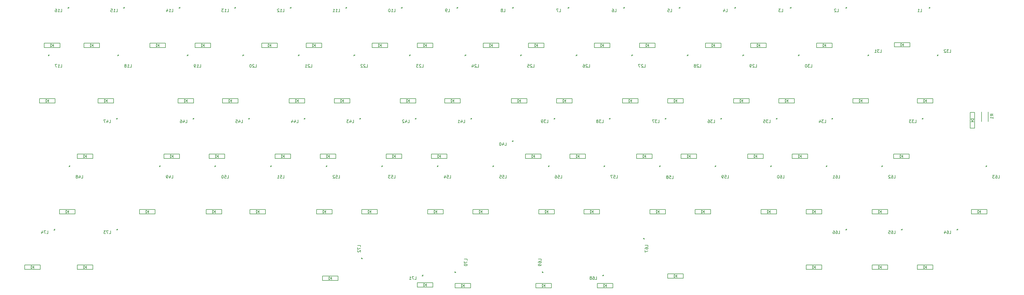
<source format=gbo>
G04 #@! TF.GenerationSoftware,KiCad,Pcbnew,5.1.5+dfsg1-2build2*
G04 #@! TF.CreationDate,2020-06-11T03:48:28+09:00*
G04 #@! TF.ProjectId,amatelus73,616d6174-656c-4757-9337-332e6b696361,rev?*
G04 #@! TF.SameCoordinates,Original*
G04 #@! TF.FileFunction,Legend,Bot*
G04 #@! TF.FilePolarity,Positive*
%FSLAX46Y46*%
G04 Gerber Fmt 4.6, Leading zero omitted, Abs format (unit mm)*
G04 Created by KiCad (PCBNEW 5.1.5+dfsg1-2build2) date 2020-06-11 03:48:28*
%MOMM*%
%LPD*%
G04 APERTURE LIST*
%ADD10C,0.150000*%
G04 APERTURE END LIST*
D10*
X352107500Y-66611500D02*
X352107500Y-64960500D01*
X352107500Y-66611500D02*
X352107500Y-68262500D01*
X349821500Y-64960500D02*
X349821500Y-68262500D01*
X31615000Y-41600500D02*
X31615000Y-42600500D01*
X31515000Y-42100500D02*
X30615000Y-41600500D01*
X30615000Y-42600500D02*
X31515000Y-42100500D01*
X30615000Y-41600500D02*
X30615000Y-42600500D01*
X28415000Y-41350500D02*
X28415000Y-42850500D01*
X33815000Y-41350500D02*
X33815000Y-42850500D01*
X28415000Y-41350500D02*
X33815000Y-41350500D01*
X33815000Y-42850500D02*
X28415000Y-42850500D01*
X47404000Y-42850500D02*
X42004000Y-42850500D01*
X42004000Y-41350500D02*
X47404000Y-41350500D01*
X47404000Y-41350500D02*
X47404000Y-42850500D01*
X42004000Y-41350500D02*
X42004000Y-42850500D01*
X44204000Y-41600500D02*
X44204000Y-42600500D01*
X44204000Y-42600500D02*
X45104000Y-42100500D01*
X45104000Y-42100500D02*
X44204000Y-41600500D01*
X45204000Y-41600500D02*
X45204000Y-42600500D01*
X67810000Y-41600500D02*
X67810000Y-42600500D01*
X67710000Y-42100500D02*
X66810000Y-41600500D01*
X66810000Y-42600500D02*
X67710000Y-42100500D01*
X66810000Y-41600500D02*
X66810000Y-42600500D01*
X64610000Y-41350500D02*
X64610000Y-42850500D01*
X70010000Y-41350500D02*
X70010000Y-42850500D01*
X64610000Y-41350500D02*
X70010000Y-41350500D01*
X70010000Y-42850500D02*
X64610000Y-42850500D01*
X83304000Y-41600500D02*
X83304000Y-42600500D01*
X83204000Y-42100500D02*
X82304000Y-41600500D01*
X82304000Y-42600500D02*
X83204000Y-42100500D01*
X82304000Y-41600500D02*
X82304000Y-42600500D01*
X80104000Y-41350500D02*
X80104000Y-42850500D01*
X85504000Y-41350500D02*
X85504000Y-42850500D01*
X80104000Y-41350500D02*
X85504000Y-41350500D01*
X85504000Y-42850500D02*
X80104000Y-42850500D01*
X108364000Y-42850500D02*
X102964000Y-42850500D01*
X102964000Y-41350500D02*
X108364000Y-41350500D01*
X108364000Y-41350500D02*
X108364000Y-42850500D01*
X102964000Y-41350500D02*
X102964000Y-42850500D01*
X105164000Y-41600500D02*
X105164000Y-42600500D01*
X105164000Y-42600500D02*
X106064000Y-42100500D01*
X106064000Y-42100500D02*
X105164000Y-41600500D01*
X106164000Y-41600500D02*
X106164000Y-42600500D01*
X121404000Y-41600500D02*
X121404000Y-42600500D01*
X121304000Y-42100500D02*
X120404000Y-41600500D01*
X120404000Y-42600500D02*
X121304000Y-42100500D01*
X120404000Y-41600500D02*
X120404000Y-42600500D01*
X118204000Y-41350500D02*
X118204000Y-42850500D01*
X123604000Y-41350500D02*
X123604000Y-42850500D01*
X118204000Y-41350500D02*
X123604000Y-41350500D01*
X123604000Y-42850500D02*
X118204000Y-42850500D01*
X144007000Y-41600500D02*
X144007000Y-42600500D01*
X143907000Y-42100500D02*
X143007000Y-41600500D01*
X143007000Y-42600500D02*
X143907000Y-42100500D01*
X143007000Y-41600500D02*
X143007000Y-42600500D01*
X140807000Y-41350500D02*
X140807000Y-42850500D01*
X146207000Y-41350500D02*
X146207000Y-42850500D01*
X140807000Y-41350500D02*
X146207000Y-41350500D01*
X146207000Y-42850500D02*
X140807000Y-42850500D01*
X161704000Y-42850500D02*
X156304000Y-42850500D01*
X156304000Y-41350500D02*
X161704000Y-41350500D01*
X161704000Y-41350500D02*
X161704000Y-42850500D01*
X156304000Y-41350500D02*
X156304000Y-42850500D01*
X158504000Y-41600500D02*
X158504000Y-42600500D01*
X158504000Y-42600500D02*
X159404000Y-42100500D01*
X159404000Y-42100500D02*
X158504000Y-41600500D01*
X159504000Y-41600500D02*
X159504000Y-42600500D01*
X184310000Y-42850500D02*
X178910000Y-42850500D01*
X178910000Y-41350500D02*
X184310000Y-41350500D01*
X184310000Y-41350500D02*
X184310000Y-42850500D01*
X178910000Y-41350500D02*
X178910000Y-42850500D01*
X181110000Y-41600500D02*
X181110000Y-42600500D01*
X181110000Y-42600500D02*
X182010000Y-42100500D01*
X182010000Y-42100500D02*
X181110000Y-41600500D01*
X182110000Y-41600500D02*
X182110000Y-42600500D01*
X197604000Y-41600500D02*
X197604000Y-42600500D01*
X197504000Y-42100500D02*
X196604000Y-41600500D01*
X196604000Y-42600500D02*
X197504000Y-42100500D01*
X196604000Y-41600500D02*
X196604000Y-42600500D01*
X194404000Y-41350500D02*
X194404000Y-42850500D01*
X199804000Y-41350500D02*
X199804000Y-42850500D01*
X194404000Y-41350500D02*
X199804000Y-41350500D01*
X199804000Y-42850500D02*
X194404000Y-42850500D01*
X222410000Y-42850500D02*
X217010000Y-42850500D01*
X217010000Y-41350500D02*
X222410000Y-41350500D01*
X222410000Y-41350500D02*
X222410000Y-42850500D01*
X217010000Y-41350500D02*
X217010000Y-42850500D01*
X219210000Y-41600500D02*
X219210000Y-42600500D01*
X219210000Y-42600500D02*
X220110000Y-42100500D01*
X220110000Y-42100500D02*
X219210000Y-41600500D01*
X220210000Y-41600500D02*
X220210000Y-42600500D01*
X237904000Y-42850500D02*
X232504000Y-42850500D01*
X232504000Y-41350500D02*
X237904000Y-41350500D01*
X237904000Y-41350500D02*
X237904000Y-42850500D01*
X232504000Y-41350500D02*
X232504000Y-42850500D01*
X234704000Y-41600500D02*
X234704000Y-42600500D01*
X234704000Y-42600500D02*
X235604000Y-42100500D01*
X235604000Y-42100500D02*
X234704000Y-41600500D01*
X235704000Y-41600500D02*
X235704000Y-42600500D01*
X260510000Y-42850500D02*
X255110000Y-42850500D01*
X255110000Y-41350500D02*
X260510000Y-41350500D01*
X260510000Y-41350500D02*
X260510000Y-42850500D01*
X255110000Y-41350500D02*
X255110000Y-42850500D01*
X257310000Y-41600500D02*
X257310000Y-42600500D01*
X257310000Y-42600500D02*
X258210000Y-42100500D01*
X258210000Y-42100500D02*
X257310000Y-41600500D01*
X258310000Y-41600500D02*
X258310000Y-42600500D01*
X276004000Y-42850500D02*
X270604000Y-42850500D01*
X270604000Y-41350500D02*
X276004000Y-41350500D01*
X276004000Y-41350500D02*
X276004000Y-42850500D01*
X270604000Y-41350500D02*
X270604000Y-42850500D01*
X272804000Y-41600500D02*
X272804000Y-42600500D01*
X272804000Y-42600500D02*
X273704000Y-42100500D01*
X273704000Y-42100500D02*
X272804000Y-41600500D01*
X273804000Y-41600500D02*
X273804000Y-42600500D01*
X298610000Y-42850500D02*
X293210000Y-42850500D01*
X293210000Y-41350500D02*
X298610000Y-41350500D01*
X298610000Y-41350500D02*
X298610000Y-42850500D01*
X293210000Y-41350500D02*
X293210000Y-42850500D01*
X295410000Y-41600500D02*
X295410000Y-42600500D01*
X295410000Y-42600500D02*
X296310000Y-42100500D01*
X296310000Y-42100500D02*
X295410000Y-41600500D01*
X296410000Y-41600500D02*
X296410000Y-42600500D01*
X323080000Y-41410000D02*
X323080000Y-42410000D01*
X322980000Y-41910000D02*
X322080000Y-41410000D01*
X322080000Y-42410000D02*
X322980000Y-41910000D01*
X322080000Y-41410000D02*
X322080000Y-42410000D01*
X319880000Y-41160000D02*
X319880000Y-42660000D01*
X325280000Y-41160000D02*
X325280000Y-42660000D01*
X319880000Y-41160000D02*
X325280000Y-41160000D01*
X325280000Y-42660000D02*
X319880000Y-42660000D01*
X29964000Y-60650500D02*
X29964000Y-61650500D01*
X29864000Y-61150500D02*
X28964000Y-60650500D01*
X28964000Y-61650500D02*
X29864000Y-61150500D01*
X28964000Y-60650500D02*
X28964000Y-61650500D01*
X26764000Y-60400500D02*
X26764000Y-61900500D01*
X32164000Y-60400500D02*
X32164000Y-61900500D01*
X26764000Y-60400500D02*
X32164000Y-60400500D01*
X32164000Y-61900500D02*
X26764000Y-61900500D01*
X52230000Y-61900500D02*
X46830000Y-61900500D01*
X46830000Y-60400500D02*
X52230000Y-60400500D01*
X52230000Y-60400500D02*
X52230000Y-61900500D01*
X46830000Y-60400500D02*
X46830000Y-61900500D01*
X49030000Y-60650500D02*
X49030000Y-61650500D01*
X49030000Y-61650500D02*
X49930000Y-61150500D01*
X49930000Y-61150500D02*
X49030000Y-60650500D01*
X50030000Y-60650500D02*
X50030000Y-61650500D01*
X77462000Y-60650500D02*
X77462000Y-61650500D01*
X77362000Y-61150500D02*
X76462000Y-60650500D01*
X76462000Y-61650500D02*
X77362000Y-61150500D01*
X76462000Y-60650500D02*
X76462000Y-61650500D01*
X74262000Y-60400500D02*
X74262000Y-61900500D01*
X79662000Y-60400500D02*
X79662000Y-61900500D01*
X74262000Y-60400500D02*
X79662000Y-60400500D01*
X79662000Y-61900500D02*
X74262000Y-61900500D01*
X92702000Y-60650500D02*
X92702000Y-61650500D01*
X92602000Y-61150500D02*
X91702000Y-60650500D01*
X91702000Y-61650500D02*
X92602000Y-61150500D01*
X91702000Y-60650500D02*
X91702000Y-61650500D01*
X89502000Y-60400500D02*
X89502000Y-61900500D01*
X94902000Y-60400500D02*
X94902000Y-61900500D01*
X89502000Y-60400500D02*
X94902000Y-60400500D01*
X94902000Y-61900500D02*
X89502000Y-61900500D01*
X117762000Y-61900500D02*
X112362000Y-61900500D01*
X112362000Y-60400500D02*
X117762000Y-60400500D01*
X117762000Y-60400500D02*
X117762000Y-61900500D01*
X112362000Y-60400500D02*
X112362000Y-61900500D01*
X114562000Y-60650500D02*
X114562000Y-61650500D01*
X114562000Y-61650500D02*
X115462000Y-61150500D01*
X115462000Y-61150500D02*
X114562000Y-60650500D01*
X115562000Y-60650500D02*
X115562000Y-61650500D01*
X131056000Y-60650500D02*
X131056000Y-61650500D01*
X130956000Y-61150500D02*
X130056000Y-60650500D01*
X130056000Y-61650500D02*
X130956000Y-61150500D01*
X130056000Y-60650500D02*
X130056000Y-61650500D01*
X127856000Y-60400500D02*
X127856000Y-61900500D01*
X133256000Y-60400500D02*
X133256000Y-61900500D01*
X127856000Y-60400500D02*
X133256000Y-60400500D01*
X133256000Y-61900500D02*
X127856000Y-61900500D01*
X155862000Y-61900500D02*
X150462000Y-61900500D01*
X150462000Y-60400500D02*
X155862000Y-60400500D01*
X155862000Y-60400500D02*
X155862000Y-61900500D01*
X150462000Y-60400500D02*
X150462000Y-61900500D01*
X152662000Y-60650500D02*
X152662000Y-61650500D01*
X152662000Y-61650500D02*
X153562000Y-61150500D01*
X153562000Y-61150500D02*
X152662000Y-60650500D01*
X153662000Y-60650500D02*
X153662000Y-61650500D01*
X171102000Y-61900500D02*
X165702000Y-61900500D01*
X165702000Y-60400500D02*
X171102000Y-60400500D01*
X171102000Y-60400500D02*
X171102000Y-61900500D01*
X165702000Y-60400500D02*
X165702000Y-61900500D01*
X167902000Y-60650500D02*
X167902000Y-61650500D01*
X167902000Y-61650500D02*
X168802000Y-61150500D01*
X168802000Y-61150500D02*
X167902000Y-60650500D01*
X168902000Y-60650500D02*
X168902000Y-61650500D01*
X193962000Y-61900500D02*
X188562000Y-61900500D01*
X188562000Y-60400500D02*
X193962000Y-60400500D01*
X193962000Y-60400500D02*
X193962000Y-61900500D01*
X188562000Y-60400500D02*
X188562000Y-61900500D01*
X190762000Y-60650500D02*
X190762000Y-61650500D01*
X190762000Y-61650500D02*
X191662000Y-61150500D01*
X191662000Y-61150500D02*
X190762000Y-60650500D01*
X191762000Y-60650500D02*
X191762000Y-61650500D01*
X209456000Y-61900500D02*
X204056000Y-61900500D01*
X204056000Y-60400500D02*
X209456000Y-60400500D01*
X209456000Y-60400500D02*
X209456000Y-61900500D01*
X204056000Y-60400500D02*
X204056000Y-61900500D01*
X206256000Y-60650500D02*
X206256000Y-61650500D01*
X206256000Y-61650500D02*
X207156000Y-61150500D01*
X207156000Y-61150500D02*
X206256000Y-60650500D01*
X207256000Y-60650500D02*
X207256000Y-61650500D01*
X232062000Y-61900500D02*
X226662000Y-61900500D01*
X226662000Y-60400500D02*
X232062000Y-60400500D01*
X232062000Y-60400500D02*
X232062000Y-61900500D01*
X226662000Y-60400500D02*
X226662000Y-61900500D01*
X228862000Y-60650500D02*
X228862000Y-61650500D01*
X228862000Y-61650500D02*
X229762000Y-61150500D01*
X229762000Y-61150500D02*
X228862000Y-60650500D01*
X229862000Y-60650500D02*
X229862000Y-61650500D01*
X245356000Y-60650500D02*
X245356000Y-61650500D01*
X245256000Y-61150500D02*
X244356000Y-60650500D01*
X244356000Y-61650500D02*
X245256000Y-61150500D01*
X244356000Y-60650500D02*
X244356000Y-61650500D01*
X242156000Y-60400500D02*
X242156000Y-61900500D01*
X247556000Y-60400500D02*
X247556000Y-61900500D01*
X242156000Y-60400500D02*
X247556000Y-60400500D01*
X247556000Y-61900500D02*
X242156000Y-61900500D01*
X267962000Y-60650500D02*
X267962000Y-61650500D01*
X267862000Y-61150500D02*
X266962000Y-60650500D01*
X266962000Y-61650500D02*
X267862000Y-61150500D01*
X266962000Y-60650500D02*
X266962000Y-61650500D01*
X264762000Y-60400500D02*
X264762000Y-61900500D01*
X270162000Y-60400500D02*
X270162000Y-61900500D01*
X264762000Y-60400500D02*
X270162000Y-60400500D01*
X270162000Y-61900500D02*
X264762000Y-61900500D01*
X283456000Y-60650500D02*
X283456000Y-61650500D01*
X283356000Y-61150500D02*
X282456000Y-60650500D01*
X282456000Y-61650500D02*
X283356000Y-61150500D01*
X282456000Y-60650500D02*
X282456000Y-61650500D01*
X280256000Y-60400500D02*
X280256000Y-61900500D01*
X285656000Y-60400500D02*
X285656000Y-61900500D01*
X280256000Y-60400500D02*
X285656000Y-60400500D01*
X285656000Y-61900500D02*
X280256000Y-61900500D01*
X308856000Y-60650500D02*
X308856000Y-61650500D01*
X308756000Y-61150500D02*
X307856000Y-60650500D01*
X307856000Y-61650500D02*
X308756000Y-61150500D01*
X307856000Y-60650500D02*
X307856000Y-61650500D01*
X305656000Y-60400500D02*
X305656000Y-61900500D01*
X311056000Y-60400500D02*
X311056000Y-61900500D01*
X305656000Y-60400500D02*
X311056000Y-60400500D01*
X311056000Y-61900500D02*
X305656000Y-61900500D01*
X333154000Y-61900500D02*
X327754000Y-61900500D01*
X327754000Y-60400500D02*
X333154000Y-60400500D01*
X333154000Y-60400500D02*
X333154000Y-61900500D01*
X327754000Y-60400500D02*
X327754000Y-61900500D01*
X329954000Y-60650500D02*
X329954000Y-61650500D01*
X329954000Y-61650500D02*
X330854000Y-61150500D01*
X330854000Y-61150500D02*
X329954000Y-60650500D01*
X330954000Y-60650500D02*
X330954000Y-61650500D01*
X45118000Y-80950500D02*
X39718000Y-80950500D01*
X39718000Y-79450500D02*
X45118000Y-79450500D01*
X45118000Y-79450500D02*
X45118000Y-80950500D01*
X39718000Y-79450500D02*
X39718000Y-80950500D01*
X41918000Y-79700500D02*
X41918000Y-80700500D01*
X41918000Y-80700500D02*
X42818000Y-80200500D01*
X42818000Y-80200500D02*
X41918000Y-79700500D01*
X42918000Y-79700500D02*
X42918000Y-80700500D01*
X72636000Y-79700500D02*
X72636000Y-80700500D01*
X72536000Y-80200500D02*
X71636000Y-79700500D01*
X71636000Y-80700500D02*
X72536000Y-80200500D01*
X71636000Y-79700500D02*
X71636000Y-80700500D01*
X69436000Y-79450500D02*
X69436000Y-80950500D01*
X74836000Y-79450500D02*
X74836000Y-80950500D01*
X69436000Y-79450500D02*
X74836000Y-79450500D01*
X74836000Y-80950500D02*
X69436000Y-80950500D01*
X90330000Y-80950500D02*
X84930000Y-80950500D01*
X84930000Y-79450500D02*
X90330000Y-79450500D01*
X90330000Y-79450500D02*
X90330000Y-80950500D01*
X84930000Y-79450500D02*
X84930000Y-80950500D01*
X87130000Y-79700500D02*
X87130000Y-80700500D01*
X87130000Y-80700500D02*
X88030000Y-80200500D01*
X88030000Y-80200500D02*
X87130000Y-79700500D01*
X88130000Y-79700500D02*
X88130000Y-80700500D01*
X112936000Y-80950500D02*
X107536000Y-80950500D01*
X107536000Y-79450500D02*
X112936000Y-79450500D01*
X112936000Y-79450500D02*
X112936000Y-80950500D01*
X107536000Y-79450500D02*
X107536000Y-80950500D01*
X109736000Y-79700500D02*
X109736000Y-80700500D01*
X109736000Y-80700500D02*
X110636000Y-80200500D01*
X110636000Y-80200500D02*
X109736000Y-79700500D01*
X110736000Y-79700500D02*
X110736000Y-80700500D01*
X128430000Y-80950500D02*
X123030000Y-80950500D01*
X123030000Y-79450500D02*
X128430000Y-79450500D01*
X128430000Y-79450500D02*
X128430000Y-80950500D01*
X123030000Y-79450500D02*
X123030000Y-80950500D01*
X125230000Y-79700500D02*
X125230000Y-80700500D01*
X125230000Y-80700500D02*
X126130000Y-80200500D01*
X126130000Y-80200500D02*
X125230000Y-79700500D01*
X126230000Y-79700500D02*
X126230000Y-80700500D01*
X148836000Y-79700500D02*
X148836000Y-80700500D01*
X148736000Y-80200500D02*
X147836000Y-79700500D01*
X147836000Y-80700500D02*
X148736000Y-80200500D01*
X147836000Y-79700500D02*
X147836000Y-80700500D01*
X145636000Y-79450500D02*
X145636000Y-80950500D01*
X151036000Y-79450500D02*
X151036000Y-80950500D01*
X145636000Y-79450500D02*
X151036000Y-79450500D01*
X151036000Y-80950500D02*
X145636000Y-80950500D01*
X164330000Y-79700500D02*
X164330000Y-80700500D01*
X164230000Y-80200500D02*
X163330000Y-79700500D01*
X163330000Y-80700500D02*
X164230000Y-80200500D01*
X163330000Y-79700500D02*
X163330000Y-80700500D01*
X161130000Y-79450500D02*
X161130000Y-80950500D01*
X166530000Y-79450500D02*
X166530000Y-80950500D01*
X161130000Y-79450500D02*
X166530000Y-79450500D01*
X166530000Y-80950500D02*
X161130000Y-80950500D01*
X198788000Y-80950500D02*
X193388000Y-80950500D01*
X193388000Y-79450500D02*
X198788000Y-79450500D01*
X198788000Y-79450500D02*
X198788000Y-80950500D01*
X193388000Y-79450500D02*
X193388000Y-80950500D01*
X195588000Y-79700500D02*
X195588000Y-80700500D01*
X195588000Y-80700500D02*
X196488000Y-80200500D01*
X196488000Y-80200500D02*
X195588000Y-79700500D01*
X196588000Y-79700500D02*
X196588000Y-80700500D01*
X211828000Y-79700500D02*
X211828000Y-80700500D01*
X211728000Y-80200500D02*
X210828000Y-79700500D01*
X210828000Y-80700500D02*
X211728000Y-80200500D01*
X210828000Y-79700500D02*
X210828000Y-80700500D01*
X208628000Y-79450500D02*
X208628000Y-80950500D01*
X214028000Y-79450500D02*
X214028000Y-80950500D01*
X208628000Y-79450500D02*
X214028000Y-79450500D01*
X214028000Y-80950500D02*
X208628000Y-80950500D01*
X236888000Y-80950500D02*
X231488000Y-80950500D01*
X231488000Y-79450500D02*
X236888000Y-79450500D01*
X236888000Y-79450500D02*
X236888000Y-80950500D01*
X231488000Y-79450500D02*
X231488000Y-80950500D01*
X233688000Y-79700500D02*
X233688000Y-80700500D01*
X233688000Y-80700500D02*
X234588000Y-80200500D01*
X234588000Y-80200500D02*
X233688000Y-79700500D01*
X234688000Y-79700500D02*
X234688000Y-80700500D01*
X252128000Y-80950500D02*
X246728000Y-80950500D01*
X246728000Y-79450500D02*
X252128000Y-79450500D01*
X252128000Y-79450500D02*
X252128000Y-80950500D01*
X246728000Y-79450500D02*
X246728000Y-80950500D01*
X248928000Y-79700500D02*
X248928000Y-80700500D01*
X248928000Y-80700500D02*
X249828000Y-80200500D01*
X249828000Y-80200500D02*
X248928000Y-79700500D01*
X249928000Y-79700500D02*
X249928000Y-80700500D01*
X274988000Y-80950500D02*
X269588000Y-80950500D01*
X269588000Y-79450500D02*
X274988000Y-79450500D01*
X274988000Y-79450500D02*
X274988000Y-80950500D01*
X269588000Y-79450500D02*
X269588000Y-80950500D01*
X271788000Y-79700500D02*
X271788000Y-80700500D01*
X271788000Y-80700500D02*
X272688000Y-80200500D01*
X272688000Y-80200500D02*
X271788000Y-79700500D01*
X272788000Y-79700500D02*
X272788000Y-80700500D01*
X290228000Y-80950500D02*
X284828000Y-80950500D01*
X284828000Y-79450500D02*
X290228000Y-79450500D01*
X290228000Y-79450500D02*
X290228000Y-80950500D01*
X284828000Y-79450500D02*
X284828000Y-80950500D01*
X287028000Y-79700500D02*
X287028000Y-80700500D01*
X287028000Y-80700500D02*
X287928000Y-80200500D01*
X287928000Y-80200500D02*
X287028000Y-79700500D01*
X288028000Y-79700500D02*
X288028000Y-80700500D01*
X325026000Y-80950500D02*
X319626000Y-80950500D01*
X319626000Y-79450500D02*
X325026000Y-79450500D01*
X325026000Y-79450500D02*
X325026000Y-80950500D01*
X319626000Y-79450500D02*
X319626000Y-80950500D01*
X321826000Y-79700500D02*
X321826000Y-80700500D01*
X321826000Y-80700500D02*
X322726000Y-80200500D01*
X322726000Y-80200500D02*
X321826000Y-79700500D01*
X322826000Y-79700500D02*
X322826000Y-80700500D01*
X39022000Y-100000500D02*
X33622000Y-100000500D01*
X33622000Y-98500500D02*
X39022000Y-98500500D01*
X39022000Y-98500500D02*
X39022000Y-100000500D01*
X33622000Y-98500500D02*
X33622000Y-100000500D01*
X35822000Y-98750500D02*
X35822000Y-99750500D01*
X35822000Y-99750500D02*
X36722000Y-99250500D01*
X36722000Y-99250500D02*
X35822000Y-98750500D01*
X36822000Y-98750500D02*
X36822000Y-99750500D01*
X64254000Y-98750500D02*
X64254000Y-99750500D01*
X64154000Y-99250500D02*
X63254000Y-98750500D01*
X63254000Y-99750500D02*
X64154000Y-99250500D01*
X63254000Y-98750500D02*
X63254000Y-99750500D01*
X61054000Y-98500500D02*
X61054000Y-100000500D01*
X66454000Y-98500500D02*
X66454000Y-100000500D01*
X61054000Y-98500500D02*
X66454000Y-98500500D01*
X66454000Y-100000500D02*
X61054000Y-100000500D01*
X87114000Y-98750500D02*
X87114000Y-99750500D01*
X87014000Y-99250500D02*
X86114000Y-98750500D01*
X86114000Y-99750500D02*
X87014000Y-99250500D01*
X86114000Y-98750500D02*
X86114000Y-99750500D01*
X83914000Y-98500500D02*
X83914000Y-100000500D01*
X89314000Y-98500500D02*
X89314000Y-100000500D01*
X83914000Y-98500500D02*
X89314000Y-98500500D01*
X89314000Y-100000500D02*
X83914000Y-100000500D01*
X102100000Y-98750500D02*
X102100000Y-99750500D01*
X102000000Y-99250500D02*
X101100000Y-98750500D01*
X101100000Y-99750500D02*
X102000000Y-99250500D01*
X101100000Y-98750500D02*
X101100000Y-99750500D01*
X98900000Y-98500500D02*
X98900000Y-100000500D01*
X104300000Y-98500500D02*
X104300000Y-100000500D01*
X98900000Y-98500500D02*
X104300000Y-98500500D01*
X104300000Y-100000500D02*
X98900000Y-100000500D01*
X124960000Y-98750500D02*
X124960000Y-99750500D01*
X124860000Y-99250500D02*
X123960000Y-98750500D01*
X123960000Y-99750500D02*
X124860000Y-99250500D01*
X123960000Y-98750500D02*
X123960000Y-99750500D01*
X121760000Y-98500500D02*
X121760000Y-100000500D01*
X127160000Y-98500500D02*
X127160000Y-100000500D01*
X121760000Y-98500500D02*
X127160000Y-98500500D01*
X127160000Y-100000500D02*
X121760000Y-100000500D01*
X142654000Y-100000500D02*
X137254000Y-100000500D01*
X137254000Y-98500500D02*
X142654000Y-98500500D01*
X142654000Y-98500500D02*
X142654000Y-100000500D01*
X137254000Y-98500500D02*
X137254000Y-100000500D01*
X139454000Y-98750500D02*
X139454000Y-99750500D01*
X139454000Y-99750500D02*
X140354000Y-99250500D01*
X140354000Y-99250500D02*
X139454000Y-98750500D01*
X140454000Y-98750500D02*
X140454000Y-99750500D01*
X163060000Y-98750500D02*
X163060000Y-99750500D01*
X162960000Y-99250500D02*
X162060000Y-98750500D01*
X162060000Y-99750500D02*
X162960000Y-99250500D01*
X162060000Y-98750500D02*
X162060000Y-99750500D01*
X159860000Y-98500500D02*
X159860000Y-100000500D01*
X165260000Y-98500500D02*
X165260000Y-100000500D01*
X159860000Y-98500500D02*
X165260000Y-98500500D01*
X165260000Y-100000500D02*
X159860000Y-100000500D01*
X178554000Y-98750500D02*
X178554000Y-99750500D01*
X178454000Y-99250500D02*
X177554000Y-98750500D01*
X177554000Y-99750500D02*
X178454000Y-99250500D01*
X177554000Y-98750500D02*
X177554000Y-99750500D01*
X175354000Y-98500500D02*
X175354000Y-100000500D01*
X180754000Y-98500500D02*
X180754000Y-100000500D01*
X175354000Y-98500500D02*
X180754000Y-98500500D01*
X180754000Y-100000500D02*
X175354000Y-100000500D01*
X203360000Y-100000500D02*
X197960000Y-100000500D01*
X197960000Y-98500500D02*
X203360000Y-98500500D01*
X203360000Y-98500500D02*
X203360000Y-100000500D01*
X197960000Y-98500500D02*
X197960000Y-100000500D01*
X200160000Y-98750500D02*
X200160000Y-99750500D01*
X200160000Y-99750500D02*
X201060000Y-99250500D01*
X201060000Y-99250500D02*
X200160000Y-98750500D01*
X201160000Y-98750500D02*
X201160000Y-99750500D01*
X216654000Y-98750500D02*
X216654000Y-99750500D01*
X216554000Y-99250500D02*
X215654000Y-98750500D01*
X215654000Y-99750500D02*
X216554000Y-99250500D01*
X215654000Y-98750500D02*
X215654000Y-99750500D01*
X213454000Y-98500500D02*
X213454000Y-100000500D01*
X218854000Y-98500500D02*
X218854000Y-100000500D01*
X213454000Y-98500500D02*
X218854000Y-98500500D01*
X218854000Y-100000500D02*
X213454000Y-100000500D01*
X239260000Y-98750500D02*
X239260000Y-99750500D01*
X239160000Y-99250500D02*
X238260000Y-98750500D01*
X238260000Y-99750500D02*
X239160000Y-99250500D01*
X238260000Y-98750500D02*
X238260000Y-99750500D01*
X236060000Y-98500500D02*
X236060000Y-100000500D01*
X241460000Y-98500500D02*
X241460000Y-100000500D01*
X236060000Y-98500500D02*
X241460000Y-98500500D01*
X241460000Y-100000500D02*
X236060000Y-100000500D01*
X254754000Y-98750500D02*
X254754000Y-99750500D01*
X254654000Y-99250500D02*
X253754000Y-98750500D01*
X253754000Y-99750500D02*
X254654000Y-99250500D01*
X253754000Y-98750500D02*
X253754000Y-99750500D01*
X251554000Y-98500500D02*
X251554000Y-100000500D01*
X256954000Y-98500500D02*
X256954000Y-100000500D01*
X251554000Y-98500500D02*
X256954000Y-98500500D01*
X256954000Y-100000500D02*
X251554000Y-100000500D01*
X277360000Y-98750500D02*
X277360000Y-99750500D01*
X277260000Y-99250500D02*
X276360000Y-98750500D01*
X276360000Y-99750500D02*
X277260000Y-99250500D01*
X276360000Y-98750500D02*
X276360000Y-99750500D01*
X274160000Y-98500500D02*
X274160000Y-100000500D01*
X279560000Y-98500500D02*
X279560000Y-100000500D01*
X274160000Y-98500500D02*
X279560000Y-98500500D01*
X279560000Y-100000500D02*
X274160000Y-100000500D01*
X292854000Y-98750500D02*
X292854000Y-99750500D01*
X292754000Y-99250500D02*
X291854000Y-98750500D01*
X291854000Y-99750500D02*
X292754000Y-99250500D01*
X291854000Y-98750500D02*
X291854000Y-99750500D01*
X289654000Y-98500500D02*
X289654000Y-100000500D01*
X295054000Y-98500500D02*
X295054000Y-100000500D01*
X289654000Y-98500500D02*
X295054000Y-98500500D01*
X295054000Y-100000500D02*
X289654000Y-100000500D01*
X315460000Y-98750500D02*
X315460000Y-99750500D01*
X315360000Y-99250500D02*
X314460000Y-98750500D01*
X314460000Y-99750500D02*
X315360000Y-99250500D01*
X314460000Y-98750500D02*
X314460000Y-99750500D01*
X312260000Y-98500500D02*
X312260000Y-100000500D01*
X317660000Y-98500500D02*
X317660000Y-100000500D01*
X312260000Y-98500500D02*
X317660000Y-98500500D01*
X317660000Y-100000500D02*
X312260000Y-100000500D01*
X349496000Y-98750500D02*
X349496000Y-99750500D01*
X349396000Y-99250500D02*
X348496000Y-98750500D01*
X348496000Y-99750500D02*
X349396000Y-99250500D01*
X348496000Y-98750500D02*
X348496000Y-99750500D01*
X346296000Y-98500500D02*
X346296000Y-100000500D01*
X351696000Y-98500500D02*
X351696000Y-100000500D01*
X346296000Y-98500500D02*
X351696000Y-98500500D01*
X351696000Y-100000500D02*
X346296000Y-100000500D01*
X24884000Y-117800000D02*
X24884000Y-118800000D01*
X24784000Y-118300000D02*
X23884000Y-117800000D01*
X23884000Y-118800000D02*
X24784000Y-118300000D01*
X23884000Y-117800000D02*
X23884000Y-118800000D01*
X21684000Y-117550000D02*
X21684000Y-119050000D01*
X27084000Y-117550000D02*
X27084000Y-119050000D01*
X21684000Y-117550000D02*
X27084000Y-117550000D01*
X27084000Y-119050000D02*
X21684000Y-119050000D01*
X45118000Y-119050000D02*
X39718000Y-119050000D01*
X39718000Y-117550000D02*
X45118000Y-117550000D01*
X45118000Y-117550000D02*
X45118000Y-119050000D01*
X39718000Y-117550000D02*
X39718000Y-119050000D01*
X41918000Y-117800000D02*
X41918000Y-118800000D01*
X41918000Y-118800000D02*
X42818000Y-118300000D01*
X42818000Y-118300000D02*
X41918000Y-117800000D01*
X42918000Y-117800000D02*
X42918000Y-118800000D01*
X129192000Y-122860000D02*
X123792000Y-122860000D01*
X123792000Y-121360000D02*
X129192000Y-121360000D01*
X129192000Y-121360000D02*
X129192000Y-122860000D01*
X123792000Y-121360000D02*
X123792000Y-122860000D01*
X125992000Y-121610000D02*
X125992000Y-122610000D01*
X125992000Y-122610000D02*
X126892000Y-122110000D01*
X126892000Y-122110000D02*
X125992000Y-121610000D01*
X126992000Y-121610000D02*
X126992000Y-122610000D01*
X159504000Y-123896000D02*
X159504000Y-124896000D01*
X159404000Y-124396000D02*
X158504000Y-123896000D01*
X158504000Y-124896000D02*
X159404000Y-124396000D01*
X158504000Y-123896000D02*
X158504000Y-124896000D01*
X156304000Y-123646000D02*
X156304000Y-125146000D01*
X161704000Y-123646000D02*
X161704000Y-125146000D01*
X156304000Y-123646000D02*
X161704000Y-123646000D01*
X161704000Y-125146000D02*
X156304000Y-125146000D01*
X174658000Y-125400000D02*
X169258000Y-125400000D01*
X169258000Y-123900000D02*
X174658000Y-123900000D01*
X174658000Y-123900000D02*
X174658000Y-125400000D01*
X169258000Y-123900000D02*
X169258000Y-125400000D01*
X171458000Y-124150000D02*
X171458000Y-125150000D01*
X171458000Y-125150000D02*
X172358000Y-124650000D01*
X172358000Y-124650000D02*
X171458000Y-124150000D01*
X172458000Y-124150000D02*
X172458000Y-125150000D01*
X200144000Y-124150000D02*
X200144000Y-125150000D01*
X200044000Y-124650000D02*
X199144000Y-124150000D01*
X199144000Y-125150000D02*
X200044000Y-124650000D01*
X199144000Y-124150000D02*
X199144000Y-125150000D01*
X196944000Y-123900000D02*
X196944000Y-125400000D01*
X202344000Y-123900000D02*
X202344000Y-125400000D01*
X196944000Y-123900000D02*
X202344000Y-123900000D01*
X202344000Y-125400000D02*
X196944000Y-125400000D01*
X221226000Y-124150000D02*
X221226000Y-125150000D01*
X221126000Y-124650000D02*
X220226000Y-124150000D01*
X220226000Y-125150000D02*
X221126000Y-124650000D01*
X220226000Y-124150000D02*
X220226000Y-125150000D01*
X218026000Y-123900000D02*
X218026000Y-125400000D01*
X223426000Y-123900000D02*
X223426000Y-125400000D01*
X218026000Y-123900000D02*
X223426000Y-123900000D01*
X223426000Y-125400000D02*
X218026000Y-125400000D01*
X245356000Y-120848000D02*
X245356000Y-121848000D01*
X245256000Y-121348000D02*
X244356000Y-120848000D01*
X244356000Y-121848000D02*
X245256000Y-121348000D01*
X244356000Y-120848000D02*
X244356000Y-121848000D01*
X242156000Y-120598000D02*
X242156000Y-122098000D01*
X247556000Y-120598000D02*
X247556000Y-122098000D01*
X242156000Y-120598000D02*
X247556000Y-120598000D01*
X247556000Y-122098000D02*
X242156000Y-122098000D01*
X295054000Y-119050000D02*
X289654000Y-119050000D01*
X289654000Y-117550000D02*
X295054000Y-117550000D01*
X295054000Y-117550000D02*
X295054000Y-119050000D01*
X289654000Y-117550000D02*
X289654000Y-119050000D01*
X291854000Y-117800000D02*
X291854000Y-118800000D01*
X291854000Y-118800000D02*
X292754000Y-118300000D01*
X292754000Y-118300000D02*
X291854000Y-117800000D01*
X292854000Y-117800000D02*
X292854000Y-118800000D01*
X317660000Y-119050000D02*
X312260000Y-119050000D01*
X312260000Y-117550000D02*
X317660000Y-117550000D01*
X317660000Y-117550000D02*
X317660000Y-119050000D01*
X312260000Y-117550000D02*
X312260000Y-119050000D01*
X314460000Y-117800000D02*
X314460000Y-118800000D01*
X314460000Y-118800000D02*
X315360000Y-118300000D01*
X315360000Y-118300000D02*
X314460000Y-117800000D01*
X315460000Y-117800000D02*
X315460000Y-118800000D01*
X333157000Y-119050000D02*
X327757000Y-119050000D01*
X327757000Y-117550000D02*
X333157000Y-117550000D01*
X333157000Y-117550000D02*
X333157000Y-119050000D01*
X327757000Y-117550000D02*
X327757000Y-119050000D01*
X329957000Y-117800000D02*
X329957000Y-118800000D01*
X329957000Y-118800000D02*
X330857000Y-118300000D01*
X330857000Y-118300000D02*
X329957000Y-117800000D01*
X330957000Y-117800000D02*
X330957000Y-118800000D01*
X345896500Y-70581500D02*
X345896500Y-65181500D01*
X347396500Y-65181500D02*
X347396500Y-70581500D01*
X347396500Y-70581500D02*
X345896500Y-70581500D01*
X347396500Y-65181500D02*
X345896500Y-65181500D01*
X347146500Y-67381500D02*
X346146500Y-67381500D01*
X346146500Y-67381500D02*
X346646500Y-68281500D01*
X346646500Y-68281500D02*
X347146500Y-67381500D01*
X347146500Y-68381500D02*
X346146500Y-68381500D01*
X331762000Y-29376500D02*
X332112000Y-29376500D01*
X332112000Y-29026500D02*
X331762000Y-29376500D01*
X332112000Y-29376500D02*
X332112000Y-29026500D01*
X303538000Y-29376500D02*
X303538000Y-29026500D01*
X303538000Y-29026500D02*
X303188000Y-29376500D01*
X303188000Y-29376500D02*
X303538000Y-29376500D01*
X284488000Y-29376500D02*
X284488000Y-29026500D01*
X284488000Y-29026500D02*
X284138000Y-29376500D01*
X284138000Y-29376500D02*
X284488000Y-29376500D01*
X265088000Y-29376500D02*
X265438000Y-29376500D01*
X265438000Y-29026500D02*
X265088000Y-29376500D01*
X265438000Y-29376500D02*
X265438000Y-29026500D01*
X246388000Y-29376500D02*
X246388000Y-29026500D01*
X246388000Y-29026500D02*
X246038000Y-29376500D01*
X246038000Y-29376500D02*
X246388000Y-29376500D01*
X226988000Y-29376500D02*
X227338000Y-29376500D01*
X227338000Y-29026500D02*
X226988000Y-29376500D01*
X227338000Y-29376500D02*
X227338000Y-29026500D01*
X208288000Y-29376500D02*
X208288000Y-29026500D01*
X208288000Y-29026500D02*
X207938000Y-29376500D01*
X207938000Y-29376500D02*
X208288000Y-29376500D01*
X188888000Y-29376500D02*
X189238000Y-29376500D01*
X189238000Y-29026500D02*
X188888000Y-29376500D01*
X189238000Y-29376500D02*
X189238000Y-29026500D01*
X170188000Y-29376500D02*
X170188000Y-29026500D01*
X170188000Y-29026500D02*
X169838000Y-29376500D01*
X169838000Y-29376500D02*
X170188000Y-29376500D01*
X150788000Y-29376500D02*
X151138000Y-29376500D01*
X151138000Y-29026500D02*
X150788000Y-29376500D01*
X151138000Y-29376500D02*
X151138000Y-29026500D01*
X132088000Y-29376500D02*
X132088000Y-29026500D01*
X132088000Y-29026500D02*
X131738000Y-29376500D01*
X131738000Y-29376500D02*
X132088000Y-29376500D01*
X113038000Y-29376500D02*
X113038000Y-29026500D01*
X113038000Y-29026500D02*
X112688000Y-29376500D01*
X112688000Y-29376500D02*
X113038000Y-29376500D01*
X93637500Y-29376500D02*
X93987500Y-29376500D01*
X93987500Y-29026500D02*
X93637500Y-29376500D01*
X93987500Y-29376500D02*
X93987500Y-29026500D01*
X74937500Y-29376500D02*
X74937500Y-29026500D01*
X74937500Y-29026500D02*
X74587500Y-29376500D01*
X74587500Y-29376500D02*
X74937500Y-29376500D01*
X55537500Y-29376500D02*
X55887500Y-29376500D01*
X55887500Y-29026500D02*
X55537500Y-29376500D01*
X55887500Y-29376500D02*
X55887500Y-29026500D01*
X36837500Y-29376500D02*
X36837500Y-29026500D01*
X36837500Y-29026500D02*
X36487500Y-29376500D01*
X36487500Y-29376500D02*
X36837500Y-29376500D01*
X30187500Y-45426500D02*
X29837500Y-45426500D01*
X29837500Y-45776500D02*
X30187500Y-45426500D01*
X29837500Y-45426500D02*
X29837500Y-45776500D01*
X53650000Y-45426500D02*
X53650000Y-45776500D01*
X53650000Y-45776500D02*
X54000000Y-45426500D01*
X54000000Y-45426500D02*
X53650000Y-45426500D01*
X77812500Y-45426500D02*
X77462500Y-45426500D01*
X77462500Y-45776500D02*
X77812500Y-45426500D01*
X77462500Y-45426500D02*
X77462500Y-45776500D01*
X96512000Y-45426500D02*
X96512000Y-45776500D01*
X96512000Y-45776500D02*
X96862000Y-45426500D01*
X96862000Y-45426500D02*
X96512000Y-45426500D01*
X115562000Y-45426500D02*
X115562000Y-45776500D01*
X115562000Y-45776500D02*
X115912000Y-45426500D01*
X115912000Y-45426500D02*
X115562000Y-45426500D01*
X134962000Y-45426500D02*
X134612000Y-45426500D01*
X134612000Y-45776500D02*
X134962000Y-45426500D01*
X134612000Y-45426500D02*
X134612000Y-45776500D01*
X153662000Y-45426500D02*
X153662000Y-45776500D01*
X153662000Y-45776500D02*
X154012000Y-45426500D01*
X154012000Y-45426500D02*
X153662000Y-45426500D01*
X173062000Y-45426500D02*
X172712000Y-45426500D01*
X172712000Y-45776500D02*
X173062000Y-45426500D01*
X172712000Y-45426500D02*
X172712000Y-45776500D01*
X191762000Y-45426500D02*
X191762000Y-45776500D01*
X191762000Y-45776500D02*
X192112000Y-45426500D01*
X192112000Y-45426500D02*
X191762000Y-45426500D01*
X211162000Y-45426500D02*
X210812000Y-45426500D01*
X210812000Y-45776500D02*
X211162000Y-45426500D01*
X210812000Y-45426500D02*
X210812000Y-45776500D01*
X229862000Y-45426500D02*
X229862000Y-45776500D01*
X229862000Y-45776500D02*
X230212000Y-45426500D01*
X230212000Y-45426500D02*
X229862000Y-45426500D01*
X249262000Y-45426500D02*
X248912000Y-45426500D01*
X248912000Y-45776500D02*
X249262000Y-45426500D01*
X248912000Y-45426500D02*
X248912000Y-45776500D01*
X267962000Y-45426500D02*
X267962000Y-45776500D01*
X267962000Y-45776500D02*
X268312000Y-45426500D01*
X268312000Y-45426500D02*
X267962000Y-45426500D01*
X287362000Y-45426500D02*
X287012000Y-45426500D01*
X287012000Y-45776500D02*
X287362000Y-45426500D01*
X287012000Y-45426500D02*
X287012000Y-45776500D01*
X311175000Y-45426500D02*
X310825000Y-45426500D01*
X310825000Y-45776500D02*
X311175000Y-45426500D01*
X310825000Y-45426500D02*
X310825000Y-45776500D01*
X334988000Y-45426500D02*
X334638000Y-45426500D01*
X334638000Y-45776500D02*
X334988000Y-45426500D01*
X334638000Y-45426500D02*
X334638000Y-45776500D01*
X329381000Y-67476500D02*
X329731000Y-67476500D01*
X329731000Y-67126500D02*
X329381000Y-67476500D01*
X329731000Y-67476500D02*
X329731000Y-67126500D01*
X298775000Y-67476500D02*
X298775000Y-67126500D01*
X298775000Y-67126500D02*
X298425000Y-67476500D01*
X298425000Y-67476500D02*
X298775000Y-67476500D01*
X279375000Y-67476500D02*
X279725000Y-67476500D01*
X279725000Y-67126500D02*
X279375000Y-67476500D01*
X279725000Y-67476500D02*
X279725000Y-67126500D01*
X260675000Y-67476500D02*
X260675000Y-67126500D01*
X260675000Y-67126500D02*
X260325000Y-67476500D01*
X260325000Y-67476500D02*
X260675000Y-67476500D01*
X241275000Y-67476500D02*
X241625000Y-67476500D01*
X241625000Y-67126500D02*
X241275000Y-67476500D01*
X241625000Y-67476500D02*
X241625000Y-67126500D01*
X222448000Y-67476500D02*
X222448000Y-67126500D01*
X222448000Y-67126500D02*
X222098000Y-67476500D01*
X222098000Y-67476500D02*
X222448000Y-67476500D01*
X203175000Y-67476500D02*
X203525000Y-67476500D01*
X203525000Y-67126500D02*
X203175000Y-67476500D01*
X203525000Y-67476500D02*
X203525000Y-67126500D01*
X189174000Y-75160000D02*
X189174000Y-74810000D01*
X189174000Y-74810000D02*
X188824000Y-75160000D01*
X188824000Y-75160000D02*
X189174000Y-75160000D01*
X174600000Y-67476500D02*
X174950000Y-67476500D01*
X174950000Y-67126500D02*
X174600000Y-67476500D01*
X174950000Y-67476500D02*
X174950000Y-67126500D01*
X155550000Y-67476500D02*
X155900000Y-67476500D01*
X155900000Y-67126500D02*
X155550000Y-67476500D01*
X155900000Y-67476500D02*
X155900000Y-67126500D01*
X136850000Y-67476500D02*
X136850000Y-67126500D01*
X136850000Y-67126500D02*
X136500000Y-67476500D01*
X136500000Y-67476500D02*
X136850000Y-67476500D01*
X117450000Y-67476500D02*
X117800000Y-67476500D01*
X117800000Y-67126500D02*
X117450000Y-67476500D01*
X117800000Y-67476500D02*
X117800000Y-67126500D01*
X98750000Y-67476500D02*
X98750000Y-67126500D01*
X98750000Y-67126500D02*
X98400000Y-67476500D01*
X98400000Y-67476500D02*
X98750000Y-67476500D01*
X79350000Y-67476500D02*
X79700000Y-67476500D01*
X79700000Y-67126500D02*
X79350000Y-67476500D01*
X79700000Y-67476500D02*
X79700000Y-67126500D01*
X53506200Y-67476500D02*
X53506200Y-67126500D01*
X53506200Y-67126500D02*
X53156200Y-67476500D01*
X53156200Y-67476500D02*
X53506200Y-67476500D01*
X37331200Y-83526500D02*
X36981200Y-83526500D01*
X36981200Y-83876500D02*
X37331200Y-83526500D01*
X36981200Y-83526500D02*
X36981200Y-83876500D01*
X68287500Y-83526500D02*
X67937500Y-83526500D01*
X67937500Y-83876500D02*
X68287500Y-83526500D01*
X67937500Y-83526500D02*
X67937500Y-83876500D01*
X86924000Y-83526500D02*
X86924000Y-83876500D01*
X86924000Y-83876500D02*
X87274000Y-83526500D01*
X87274000Y-83526500D02*
X86924000Y-83526500D01*
X106388000Y-83526500D02*
X106038000Y-83526500D01*
X106038000Y-83876500D02*
X106388000Y-83526500D01*
X106038000Y-83526500D02*
X106038000Y-83876500D01*
X125088000Y-83526500D02*
X125088000Y-83876500D01*
X125088000Y-83876500D02*
X125438000Y-83526500D01*
X125438000Y-83526500D02*
X125088000Y-83526500D01*
X144488000Y-83526500D02*
X144138000Y-83526500D01*
X144138000Y-83876500D02*
X144488000Y-83526500D01*
X144138000Y-83526500D02*
X144138000Y-83876500D01*
X163188000Y-83526500D02*
X163188000Y-83876500D01*
X163188000Y-83876500D02*
X163538000Y-83526500D01*
X163538000Y-83526500D02*
X163188000Y-83526500D01*
X182588000Y-83526500D02*
X182238000Y-83526500D01*
X182238000Y-83876500D02*
X182588000Y-83526500D01*
X182238000Y-83526500D02*
X182238000Y-83876500D01*
X201288000Y-83526500D02*
X201288000Y-83876500D01*
X201288000Y-83876500D02*
X201638000Y-83526500D01*
X201638000Y-83526500D02*
X201288000Y-83526500D01*
X220338000Y-83526500D02*
X220338000Y-83876500D01*
X220338000Y-83876500D02*
X220688000Y-83526500D01*
X220688000Y-83526500D02*
X220338000Y-83526500D01*
X239738000Y-83526500D02*
X239388000Y-83526500D01*
X239388000Y-83876500D02*
X239738000Y-83526500D01*
X239388000Y-83526500D02*
X239388000Y-83876500D01*
X258788000Y-83526500D02*
X258438000Y-83526500D01*
X258438000Y-83876500D02*
X258788000Y-83526500D01*
X258438000Y-83526500D02*
X258438000Y-83876500D01*
X277488000Y-83526500D02*
X277488000Y-83876500D01*
X277488000Y-83876500D02*
X277838000Y-83526500D01*
X277838000Y-83526500D02*
X277488000Y-83526500D01*
X296888000Y-83526500D02*
X296538000Y-83526500D01*
X296538000Y-83876500D02*
X296888000Y-83526500D01*
X296538000Y-83526500D02*
X296538000Y-83876500D01*
X315588000Y-83526500D02*
X315588000Y-83876500D01*
X315588000Y-83876500D02*
X315938000Y-83526500D01*
X315938000Y-83526500D02*
X315588000Y-83526500D01*
X351656000Y-83526500D02*
X351306000Y-83526500D01*
X351306000Y-83876500D02*
X351656000Y-83526500D01*
X351306000Y-83526500D02*
X351306000Y-83876500D01*
X341638000Y-105564000D02*
X341638000Y-105214000D01*
X341638000Y-105214000D02*
X341288000Y-105564000D01*
X341288000Y-105564000D02*
X341638000Y-105564000D01*
X322238000Y-105576000D02*
X322588000Y-105576000D01*
X322588000Y-105226000D02*
X322238000Y-105576000D01*
X322588000Y-105576000D02*
X322588000Y-105226000D01*
X303538000Y-105576000D02*
X303538000Y-105226000D01*
X303538000Y-105226000D02*
X303188000Y-105576000D01*
X303188000Y-105576000D02*
X303538000Y-105576000D01*
X234164000Y-108769000D02*
X234164000Y-108419000D01*
X233814000Y-108419000D02*
X234164000Y-108769000D01*
X234164000Y-108419000D02*
X233814000Y-108419000D01*
X220194000Y-121324000D02*
X220194000Y-120974000D01*
X220194000Y-120974000D02*
X219844000Y-121324000D01*
X219844000Y-121324000D02*
X220194000Y-121324000D01*
X199160000Y-119831000D02*
X199160000Y-120181000D01*
X199510000Y-120181000D02*
X199160000Y-119831000D01*
X199160000Y-120181000D02*
X199510000Y-120181000D01*
X169188000Y-120181000D02*
X169538000Y-120181000D01*
X169538000Y-120181000D02*
X169188000Y-119831000D01*
X169188000Y-119831000D02*
X169188000Y-120181000D01*
X157931000Y-121336000D02*
X158281000Y-121336000D01*
X158281000Y-120986000D02*
X157931000Y-121336000D01*
X158281000Y-121336000D02*
X158281000Y-120986000D01*
X137184000Y-115419000D02*
X137534000Y-115419000D01*
X137534000Y-115419000D02*
X137184000Y-115069000D01*
X137184000Y-115069000D02*
X137184000Y-115419000D01*
X53188000Y-105576000D02*
X53538000Y-105576000D01*
X53538000Y-105226000D02*
X53188000Y-105576000D01*
X53538000Y-105576000D02*
X53538000Y-105226000D01*
X31725000Y-105588000D02*
X32075000Y-105588000D01*
X32075000Y-105238000D02*
X31725000Y-105588000D01*
X32075000Y-105588000D02*
X32075000Y-105238000D01*
X353817180Y-66345773D02*
X353340990Y-66012440D01*
X353817180Y-65774344D02*
X352817180Y-65774344D01*
X352817180Y-66155297D01*
X352864800Y-66250535D01*
X352912419Y-66298154D01*
X353007657Y-66345773D01*
X353150514Y-66345773D01*
X353245752Y-66298154D01*
X353293371Y-66250535D01*
X353340990Y-66155297D01*
X353340990Y-65774344D01*
X353817180Y-67298154D02*
X353817180Y-66726725D01*
X353817180Y-67012440D02*
X352817180Y-67012440D01*
X352960038Y-66917201D01*
X353055276Y-66821963D01*
X353102895Y-66726725D01*
X328778666Y-30614880D02*
X329254857Y-30614880D01*
X329254857Y-29614880D01*
X327921523Y-30614880D02*
X328492952Y-30614880D01*
X328207238Y-30614880D02*
X328207238Y-29614880D01*
X328302476Y-29757738D01*
X328397714Y-29852976D01*
X328492952Y-29900595D01*
X300204666Y-30614880D02*
X300680857Y-30614880D01*
X300680857Y-29614880D01*
X299918952Y-29710119D02*
X299871333Y-29662500D01*
X299776095Y-29614880D01*
X299538000Y-29614880D01*
X299442761Y-29662500D01*
X299395142Y-29710119D01*
X299347523Y-29805357D01*
X299347523Y-29900595D01*
X299395142Y-30043452D01*
X299966571Y-30614880D01*
X299347523Y-30614880D01*
X281154666Y-30614880D02*
X281630857Y-30614880D01*
X281630857Y-29614880D01*
X280916571Y-29614880D02*
X280297523Y-29614880D01*
X280630857Y-29995833D01*
X280488000Y-29995833D01*
X280392761Y-30043452D01*
X280345142Y-30091071D01*
X280297523Y-30186309D01*
X280297523Y-30424404D01*
X280345142Y-30519642D01*
X280392761Y-30567261D01*
X280488000Y-30614880D01*
X280773714Y-30614880D01*
X280868952Y-30567261D01*
X280916571Y-30519642D01*
X262104666Y-30614880D02*
X262580857Y-30614880D01*
X262580857Y-29614880D01*
X261342761Y-29948214D02*
X261342761Y-30614880D01*
X261580857Y-29567261D02*
X261818952Y-30281547D01*
X261199904Y-30281547D01*
X243054666Y-30614880D02*
X243530857Y-30614880D01*
X243530857Y-29614880D01*
X242245142Y-29614880D02*
X242721333Y-29614880D01*
X242768952Y-30091071D01*
X242721333Y-30043452D01*
X242626095Y-29995833D01*
X242388000Y-29995833D01*
X242292761Y-30043452D01*
X242245142Y-30091071D01*
X242197523Y-30186309D01*
X242197523Y-30424404D01*
X242245142Y-30519642D01*
X242292761Y-30567261D01*
X242388000Y-30614880D01*
X242626095Y-30614880D01*
X242721333Y-30567261D01*
X242768952Y-30519642D01*
X224004666Y-30614880D02*
X224480857Y-30614880D01*
X224480857Y-29614880D01*
X223242761Y-29614880D02*
X223433238Y-29614880D01*
X223528476Y-29662500D01*
X223576095Y-29710119D01*
X223671333Y-29852976D01*
X223718952Y-30043452D01*
X223718952Y-30424404D01*
X223671333Y-30519642D01*
X223623714Y-30567261D01*
X223528476Y-30614880D01*
X223338000Y-30614880D01*
X223242761Y-30567261D01*
X223195142Y-30519642D01*
X223147523Y-30424404D01*
X223147523Y-30186309D01*
X223195142Y-30091071D01*
X223242761Y-30043452D01*
X223338000Y-29995833D01*
X223528476Y-29995833D01*
X223623714Y-30043452D01*
X223671333Y-30091071D01*
X223718952Y-30186309D01*
X204954666Y-30614880D02*
X205430857Y-30614880D01*
X205430857Y-29614880D01*
X204716571Y-29614880D02*
X204049904Y-29614880D01*
X204478476Y-30614880D01*
X185904666Y-30614880D02*
X186380857Y-30614880D01*
X186380857Y-29614880D01*
X185428476Y-30043452D02*
X185523714Y-29995833D01*
X185571333Y-29948214D01*
X185618952Y-29852976D01*
X185618952Y-29805357D01*
X185571333Y-29710119D01*
X185523714Y-29662500D01*
X185428476Y-29614880D01*
X185238000Y-29614880D01*
X185142761Y-29662500D01*
X185095142Y-29710119D01*
X185047523Y-29805357D01*
X185047523Y-29852976D01*
X185095142Y-29948214D01*
X185142761Y-29995833D01*
X185238000Y-30043452D01*
X185428476Y-30043452D01*
X185523714Y-30091071D01*
X185571333Y-30138690D01*
X185618952Y-30233928D01*
X185618952Y-30424404D01*
X185571333Y-30519642D01*
X185523714Y-30567261D01*
X185428476Y-30614880D01*
X185238000Y-30614880D01*
X185142761Y-30567261D01*
X185095142Y-30519642D01*
X185047523Y-30424404D01*
X185047523Y-30233928D01*
X185095142Y-30138690D01*
X185142761Y-30091071D01*
X185238000Y-30043452D01*
X166854666Y-30602880D02*
X167330857Y-30602880D01*
X167330857Y-29602880D01*
X166473714Y-30602880D02*
X166283238Y-30602880D01*
X166188000Y-30555261D01*
X166140380Y-30507642D01*
X166045142Y-30364785D01*
X165997523Y-30174309D01*
X165997523Y-29793357D01*
X166045142Y-29698119D01*
X166092761Y-29650500D01*
X166188000Y-29602880D01*
X166378476Y-29602880D01*
X166473714Y-29650500D01*
X166521333Y-29698119D01*
X166568952Y-29793357D01*
X166568952Y-30031452D01*
X166521333Y-30126690D01*
X166473714Y-30174309D01*
X166378476Y-30221928D01*
X166188000Y-30221928D01*
X166092761Y-30174309D01*
X166045142Y-30126690D01*
X165997523Y-30031452D01*
X148280857Y-30614880D02*
X148757047Y-30614880D01*
X148757047Y-29614880D01*
X147423714Y-30614880D02*
X147995142Y-30614880D01*
X147709428Y-30614880D02*
X147709428Y-29614880D01*
X147804666Y-29757738D01*
X147899904Y-29852976D01*
X147995142Y-29900595D01*
X146804666Y-29614880D02*
X146709428Y-29614880D01*
X146614190Y-29662500D01*
X146566571Y-29710119D01*
X146518952Y-29805357D01*
X146471333Y-29995833D01*
X146471333Y-30233928D01*
X146518952Y-30424404D01*
X146566571Y-30519642D01*
X146614190Y-30567261D01*
X146709428Y-30614880D01*
X146804666Y-30614880D01*
X146899904Y-30567261D01*
X146947523Y-30519642D01*
X146995142Y-30424404D01*
X147042761Y-30233928D01*
X147042761Y-29995833D01*
X146995142Y-29805357D01*
X146947523Y-29710119D01*
X146899904Y-29662500D01*
X146804666Y-29614880D01*
X129230857Y-30614880D02*
X129707047Y-30614880D01*
X129707047Y-29614880D01*
X128373714Y-30614880D02*
X128945142Y-30614880D01*
X128659428Y-30614880D02*
X128659428Y-29614880D01*
X128754666Y-29757738D01*
X128849904Y-29852976D01*
X128945142Y-29900595D01*
X127421333Y-30614880D02*
X127992761Y-30614880D01*
X127707047Y-30614880D02*
X127707047Y-29614880D01*
X127802285Y-29757738D01*
X127897523Y-29852976D01*
X127992761Y-29900595D01*
X110180857Y-30614880D02*
X110657047Y-30614880D01*
X110657047Y-29614880D01*
X109323714Y-30614880D02*
X109895142Y-30614880D01*
X109609428Y-30614880D02*
X109609428Y-29614880D01*
X109704666Y-29757738D01*
X109799904Y-29852976D01*
X109895142Y-29900595D01*
X108942761Y-29710119D02*
X108895142Y-29662500D01*
X108799904Y-29614880D01*
X108561809Y-29614880D01*
X108466571Y-29662500D01*
X108418952Y-29710119D01*
X108371333Y-29805357D01*
X108371333Y-29900595D01*
X108418952Y-30043452D01*
X108990380Y-30614880D01*
X108371333Y-30614880D01*
X91130357Y-30614880D02*
X91606547Y-30614880D01*
X91606547Y-29614880D01*
X90273214Y-30614880D02*
X90844642Y-30614880D01*
X90558928Y-30614880D02*
X90558928Y-29614880D01*
X90654166Y-29757738D01*
X90749404Y-29852976D01*
X90844642Y-29900595D01*
X89939880Y-29614880D02*
X89320833Y-29614880D01*
X89654166Y-29995833D01*
X89511309Y-29995833D01*
X89416071Y-30043452D01*
X89368452Y-30091071D01*
X89320833Y-30186309D01*
X89320833Y-30424404D01*
X89368452Y-30519642D01*
X89416071Y-30567261D01*
X89511309Y-30614880D01*
X89797023Y-30614880D01*
X89892261Y-30567261D01*
X89939880Y-30519642D01*
X72080357Y-30614880D02*
X72556547Y-30614880D01*
X72556547Y-29614880D01*
X71223214Y-30614880D02*
X71794642Y-30614880D01*
X71508928Y-30614880D02*
X71508928Y-29614880D01*
X71604166Y-29757738D01*
X71699404Y-29852976D01*
X71794642Y-29900595D01*
X70366071Y-29948214D02*
X70366071Y-30614880D01*
X70604166Y-29567261D02*
X70842261Y-30281547D01*
X70223214Y-30281547D01*
X53030357Y-30614880D02*
X53506547Y-30614880D01*
X53506547Y-29614880D01*
X52173214Y-30614880D02*
X52744642Y-30614880D01*
X52458928Y-30614880D02*
X52458928Y-29614880D01*
X52554166Y-29757738D01*
X52649404Y-29852976D01*
X52744642Y-29900595D01*
X51268452Y-29614880D02*
X51744642Y-29614880D01*
X51792261Y-30091071D01*
X51744642Y-30043452D01*
X51649404Y-29995833D01*
X51411309Y-29995833D01*
X51316071Y-30043452D01*
X51268452Y-30091071D01*
X51220833Y-30186309D01*
X51220833Y-30424404D01*
X51268452Y-30519642D01*
X51316071Y-30567261D01*
X51411309Y-30614880D01*
X51649404Y-30614880D01*
X51744642Y-30567261D01*
X51792261Y-30519642D01*
X33980357Y-30614880D02*
X34456547Y-30614880D01*
X34456547Y-29614880D01*
X33123214Y-30614880D02*
X33694642Y-30614880D01*
X33408928Y-30614880D02*
X33408928Y-29614880D01*
X33504166Y-29757738D01*
X33599404Y-29852976D01*
X33694642Y-29900595D01*
X32266071Y-29614880D02*
X32456547Y-29614880D01*
X32551785Y-29662500D01*
X32599404Y-29710119D01*
X32694642Y-29852976D01*
X32742261Y-30043452D01*
X32742261Y-30424404D01*
X32694642Y-30519642D01*
X32647023Y-30567261D01*
X32551785Y-30614880D01*
X32361309Y-30614880D01*
X32266071Y-30567261D01*
X32218452Y-30519642D01*
X32170833Y-30424404D01*
X32170833Y-30186309D01*
X32218452Y-30091071D01*
X32266071Y-30043452D01*
X32361309Y-29995833D01*
X32551785Y-29995833D01*
X32647023Y-30043452D01*
X32694642Y-30091071D01*
X32742261Y-30186309D01*
X33980357Y-49664880D02*
X34456547Y-49664880D01*
X34456547Y-48664880D01*
X33123214Y-49664880D02*
X33694642Y-49664880D01*
X33408928Y-49664880D02*
X33408928Y-48664880D01*
X33504166Y-48807738D01*
X33599404Y-48902976D01*
X33694642Y-48950595D01*
X32789880Y-48664880D02*
X32123214Y-48664880D01*
X32551785Y-49664880D01*
X57792857Y-49664880D02*
X58269047Y-49664880D01*
X58269047Y-48664880D01*
X56935714Y-49664880D02*
X57507142Y-49664880D01*
X57221428Y-49664880D02*
X57221428Y-48664880D01*
X57316666Y-48807738D01*
X57411904Y-48902976D01*
X57507142Y-48950595D01*
X56364285Y-49093452D02*
X56459523Y-49045833D01*
X56507142Y-48998214D01*
X56554761Y-48902976D01*
X56554761Y-48855357D01*
X56507142Y-48760119D01*
X56459523Y-48712500D01*
X56364285Y-48664880D01*
X56173809Y-48664880D01*
X56078571Y-48712500D01*
X56030952Y-48760119D01*
X55983333Y-48855357D01*
X55983333Y-48902976D01*
X56030952Y-48998214D01*
X56078571Y-49045833D01*
X56173809Y-49093452D01*
X56364285Y-49093452D01*
X56459523Y-49141071D01*
X56507142Y-49188690D01*
X56554761Y-49283928D01*
X56554761Y-49474404D01*
X56507142Y-49569642D01*
X56459523Y-49617261D01*
X56364285Y-49664880D01*
X56173809Y-49664880D01*
X56078571Y-49617261D01*
X56030952Y-49569642D01*
X55983333Y-49474404D01*
X55983333Y-49283928D01*
X56030952Y-49188690D01*
X56078571Y-49141071D01*
X56173809Y-49093452D01*
X81605357Y-49664880D02*
X82081547Y-49664880D01*
X82081547Y-48664880D01*
X80748214Y-49664880D02*
X81319642Y-49664880D01*
X81033928Y-49664880D02*
X81033928Y-48664880D01*
X81129166Y-48807738D01*
X81224404Y-48902976D01*
X81319642Y-48950595D01*
X80272023Y-49664880D02*
X80081547Y-49664880D01*
X79986309Y-49617261D01*
X79938690Y-49569642D01*
X79843452Y-49426785D01*
X79795833Y-49236309D01*
X79795833Y-48855357D01*
X79843452Y-48760119D01*
X79891071Y-48712500D01*
X79986309Y-48664880D01*
X80176785Y-48664880D01*
X80272023Y-48712500D01*
X80319642Y-48760119D01*
X80367261Y-48855357D01*
X80367261Y-49093452D01*
X80319642Y-49188690D01*
X80272023Y-49236309D01*
X80176785Y-49283928D01*
X79986309Y-49283928D01*
X79891071Y-49236309D01*
X79843452Y-49188690D01*
X79795833Y-49093452D01*
X100654857Y-49664880D02*
X101131047Y-49664880D01*
X101131047Y-48664880D01*
X100369142Y-48760119D02*
X100321523Y-48712500D01*
X100226285Y-48664880D01*
X99988190Y-48664880D01*
X99892952Y-48712500D01*
X99845333Y-48760119D01*
X99797714Y-48855357D01*
X99797714Y-48950595D01*
X99845333Y-49093452D01*
X100416761Y-49664880D01*
X99797714Y-49664880D01*
X99178666Y-48664880D02*
X99083428Y-48664880D01*
X98988190Y-48712500D01*
X98940571Y-48760119D01*
X98892952Y-48855357D01*
X98845333Y-49045833D01*
X98845333Y-49283928D01*
X98892952Y-49474404D01*
X98940571Y-49569642D01*
X98988190Y-49617261D01*
X99083428Y-49664880D01*
X99178666Y-49664880D01*
X99273904Y-49617261D01*
X99321523Y-49569642D01*
X99369142Y-49474404D01*
X99416761Y-49283928D01*
X99416761Y-49045833D01*
X99369142Y-48855357D01*
X99321523Y-48760119D01*
X99273904Y-48712500D01*
X99178666Y-48664880D01*
X119704857Y-49664880D02*
X120181047Y-49664880D01*
X120181047Y-48664880D01*
X119419142Y-48760119D02*
X119371523Y-48712500D01*
X119276285Y-48664880D01*
X119038190Y-48664880D01*
X118942952Y-48712500D01*
X118895333Y-48760119D01*
X118847714Y-48855357D01*
X118847714Y-48950595D01*
X118895333Y-49093452D01*
X119466761Y-49664880D01*
X118847714Y-49664880D01*
X117895333Y-49664880D02*
X118466761Y-49664880D01*
X118181047Y-49664880D02*
X118181047Y-48664880D01*
X118276285Y-48807738D01*
X118371523Y-48902976D01*
X118466761Y-48950595D01*
X138754857Y-49664880D02*
X139231047Y-49664880D01*
X139231047Y-48664880D01*
X138469142Y-48760119D02*
X138421523Y-48712500D01*
X138326285Y-48664880D01*
X138088190Y-48664880D01*
X137992952Y-48712500D01*
X137945333Y-48760119D01*
X137897714Y-48855357D01*
X137897714Y-48950595D01*
X137945333Y-49093452D01*
X138516761Y-49664880D01*
X137897714Y-49664880D01*
X137516761Y-48760119D02*
X137469142Y-48712500D01*
X137373904Y-48664880D01*
X137135809Y-48664880D01*
X137040571Y-48712500D01*
X136992952Y-48760119D01*
X136945333Y-48855357D01*
X136945333Y-48950595D01*
X136992952Y-49093452D01*
X137564380Y-49664880D01*
X136945333Y-49664880D01*
X157868357Y-49664880D02*
X158344547Y-49664880D01*
X158344547Y-48664880D01*
X157582642Y-48760119D02*
X157535023Y-48712500D01*
X157439785Y-48664880D01*
X157201690Y-48664880D01*
X157106452Y-48712500D01*
X157058833Y-48760119D01*
X157011214Y-48855357D01*
X157011214Y-48950595D01*
X157058833Y-49093452D01*
X157630261Y-49664880D01*
X157011214Y-49664880D01*
X156677880Y-48664880D02*
X156058833Y-48664880D01*
X156392166Y-49045833D01*
X156249309Y-49045833D01*
X156154071Y-49093452D01*
X156106452Y-49141071D01*
X156058833Y-49236309D01*
X156058833Y-49474404D01*
X156106452Y-49569642D01*
X156154071Y-49617261D01*
X156249309Y-49664880D01*
X156535023Y-49664880D01*
X156630261Y-49617261D01*
X156677880Y-49569642D01*
X176854857Y-49664880D02*
X177331047Y-49664880D01*
X177331047Y-48664880D01*
X176569142Y-48760119D02*
X176521523Y-48712500D01*
X176426285Y-48664880D01*
X176188190Y-48664880D01*
X176092952Y-48712500D01*
X176045333Y-48760119D01*
X175997714Y-48855357D01*
X175997714Y-48950595D01*
X176045333Y-49093452D01*
X176616761Y-49664880D01*
X175997714Y-49664880D01*
X175140571Y-48998214D02*
X175140571Y-49664880D01*
X175378666Y-48617261D02*
X175616761Y-49331547D01*
X174997714Y-49331547D01*
X195904857Y-49664880D02*
X196381047Y-49664880D01*
X196381047Y-48664880D01*
X195619142Y-48760119D02*
X195571523Y-48712500D01*
X195476285Y-48664880D01*
X195238190Y-48664880D01*
X195142952Y-48712500D01*
X195095333Y-48760119D01*
X195047714Y-48855357D01*
X195047714Y-48950595D01*
X195095333Y-49093452D01*
X195666761Y-49664880D01*
X195047714Y-49664880D01*
X194142952Y-48664880D02*
X194619142Y-48664880D01*
X194666761Y-49141071D01*
X194619142Y-49093452D01*
X194523904Y-49045833D01*
X194285809Y-49045833D01*
X194190571Y-49093452D01*
X194142952Y-49141071D01*
X194095333Y-49236309D01*
X194095333Y-49474404D01*
X194142952Y-49569642D01*
X194190571Y-49617261D01*
X194285809Y-49664880D01*
X194523904Y-49664880D01*
X194619142Y-49617261D01*
X194666761Y-49569642D01*
X214954857Y-49664880D02*
X215431047Y-49664880D01*
X215431047Y-48664880D01*
X214669142Y-48760119D02*
X214621523Y-48712500D01*
X214526285Y-48664880D01*
X214288190Y-48664880D01*
X214192952Y-48712500D01*
X214145333Y-48760119D01*
X214097714Y-48855357D01*
X214097714Y-48950595D01*
X214145333Y-49093452D01*
X214716761Y-49664880D01*
X214097714Y-49664880D01*
X213240571Y-48664880D02*
X213431047Y-48664880D01*
X213526285Y-48712500D01*
X213573904Y-48760119D01*
X213669142Y-48902976D01*
X213716761Y-49093452D01*
X213716761Y-49474404D01*
X213669142Y-49569642D01*
X213621523Y-49617261D01*
X213526285Y-49664880D01*
X213335809Y-49664880D01*
X213240571Y-49617261D01*
X213192952Y-49569642D01*
X213145333Y-49474404D01*
X213145333Y-49236309D01*
X213192952Y-49141071D01*
X213240571Y-49093452D01*
X213335809Y-49045833D01*
X213526285Y-49045833D01*
X213621523Y-49093452D01*
X213669142Y-49141071D01*
X213716761Y-49236309D01*
X234004857Y-49664880D02*
X234481047Y-49664880D01*
X234481047Y-48664880D01*
X233719142Y-48760119D02*
X233671523Y-48712500D01*
X233576285Y-48664880D01*
X233338190Y-48664880D01*
X233242952Y-48712500D01*
X233195333Y-48760119D01*
X233147714Y-48855357D01*
X233147714Y-48950595D01*
X233195333Y-49093452D01*
X233766761Y-49664880D01*
X233147714Y-49664880D01*
X232814380Y-48664880D02*
X232147714Y-48664880D01*
X232576285Y-49664880D01*
X253054857Y-49664880D02*
X253531047Y-49664880D01*
X253531047Y-48664880D01*
X252769142Y-48760119D02*
X252721523Y-48712500D01*
X252626285Y-48664880D01*
X252388190Y-48664880D01*
X252292952Y-48712500D01*
X252245333Y-48760119D01*
X252197714Y-48855357D01*
X252197714Y-48950595D01*
X252245333Y-49093452D01*
X252816761Y-49664880D01*
X252197714Y-49664880D01*
X251626285Y-49093452D02*
X251721523Y-49045833D01*
X251769142Y-48998214D01*
X251816761Y-48902976D01*
X251816761Y-48855357D01*
X251769142Y-48760119D01*
X251721523Y-48712500D01*
X251626285Y-48664880D01*
X251435809Y-48664880D01*
X251340571Y-48712500D01*
X251292952Y-48760119D01*
X251245333Y-48855357D01*
X251245333Y-48902976D01*
X251292952Y-48998214D01*
X251340571Y-49045833D01*
X251435809Y-49093452D01*
X251626285Y-49093452D01*
X251721523Y-49141071D01*
X251769142Y-49188690D01*
X251816761Y-49283928D01*
X251816761Y-49474404D01*
X251769142Y-49569642D01*
X251721523Y-49617261D01*
X251626285Y-49664880D01*
X251435809Y-49664880D01*
X251340571Y-49617261D01*
X251292952Y-49569642D01*
X251245333Y-49474404D01*
X251245333Y-49283928D01*
X251292952Y-49188690D01*
X251340571Y-49141071D01*
X251435809Y-49093452D01*
X272168357Y-49664880D02*
X272644547Y-49664880D01*
X272644547Y-48664880D01*
X271882642Y-48760119D02*
X271835023Y-48712500D01*
X271739785Y-48664880D01*
X271501690Y-48664880D01*
X271406452Y-48712500D01*
X271358833Y-48760119D01*
X271311214Y-48855357D01*
X271311214Y-48950595D01*
X271358833Y-49093452D01*
X271930261Y-49664880D01*
X271311214Y-49664880D01*
X270835023Y-49664880D02*
X270644547Y-49664880D01*
X270549309Y-49617261D01*
X270501690Y-49569642D01*
X270406452Y-49426785D01*
X270358833Y-49236309D01*
X270358833Y-48855357D01*
X270406452Y-48760119D01*
X270454071Y-48712500D01*
X270549309Y-48664880D01*
X270739785Y-48664880D01*
X270835023Y-48712500D01*
X270882642Y-48760119D01*
X270930261Y-48855357D01*
X270930261Y-49093452D01*
X270882642Y-49188690D01*
X270835023Y-49236309D01*
X270739785Y-49283928D01*
X270549309Y-49283928D01*
X270454071Y-49236309D01*
X270406452Y-49188690D01*
X270358833Y-49093452D01*
X291154857Y-49664880D02*
X291631047Y-49664880D01*
X291631047Y-48664880D01*
X290916761Y-48664880D02*
X290297714Y-48664880D01*
X290631047Y-49045833D01*
X290488190Y-49045833D01*
X290392952Y-49093452D01*
X290345333Y-49141071D01*
X290297714Y-49236309D01*
X290297714Y-49474404D01*
X290345333Y-49569642D01*
X290392952Y-49617261D01*
X290488190Y-49664880D01*
X290773904Y-49664880D01*
X290869142Y-49617261D01*
X290916761Y-49569642D01*
X289678666Y-48664880D02*
X289583428Y-48664880D01*
X289488190Y-48712500D01*
X289440571Y-48760119D01*
X289392952Y-48855357D01*
X289345333Y-49045833D01*
X289345333Y-49283928D01*
X289392952Y-49474404D01*
X289440571Y-49569642D01*
X289488190Y-49617261D01*
X289583428Y-49664880D01*
X289678666Y-49664880D01*
X289773904Y-49617261D01*
X289821523Y-49569642D01*
X289869142Y-49474404D01*
X289916761Y-49283928D01*
X289916761Y-49045833D01*
X289869142Y-48855357D01*
X289821523Y-48760119D01*
X289773904Y-48712500D01*
X289678666Y-48664880D01*
X314967857Y-44578880D02*
X315444047Y-44578880D01*
X315444047Y-43578880D01*
X314729761Y-43578880D02*
X314110714Y-43578880D01*
X314444047Y-43959833D01*
X314301190Y-43959833D01*
X314205952Y-44007452D01*
X314158333Y-44055071D01*
X314110714Y-44150309D01*
X314110714Y-44388404D01*
X314158333Y-44483642D01*
X314205952Y-44531261D01*
X314301190Y-44578880D01*
X314586904Y-44578880D01*
X314682142Y-44531261D01*
X314729761Y-44483642D01*
X313158333Y-44578880D02*
X313729761Y-44578880D01*
X313444047Y-44578880D02*
X313444047Y-43578880D01*
X313539285Y-43721738D01*
X313634523Y-43816976D01*
X313729761Y-43864595D01*
X338780857Y-44578880D02*
X339257047Y-44578880D01*
X339257047Y-43578880D01*
X338542761Y-43578880D02*
X337923714Y-43578880D01*
X338257047Y-43959833D01*
X338114190Y-43959833D01*
X338018952Y-44007452D01*
X337971333Y-44055071D01*
X337923714Y-44150309D01*
X337923714Y-44388404D01*
X337971333Y-44483642D01*
X338018952Y-44531261D01*
X338114190Y-44578880D01*
X338399904Y-44578880D01*
X338495142Y-44531261D01*
X338542761Y-44483642D01*
X337542761Y-43674119D02*
X337495142Y-43626500D01*
X337399904Y-43578880D01*
X337161809Y-43578880D01*
X337066571Y-43626500D01*
X337018952Y-43674119D01*
X336971333Y-43769357D01*
X336971333Y-43864595D01*
X337018952Y-44007452D01*
X337590380Y-44578880D01*
X336971333Y-44578880D01*
X326873857Y-68714880D02*
X327350047Y-68714880D01*
X327350047Y-67714880D01*
X326635761Y-67714880D02*
X326016714Y-67714880D01*
X326350047Y-68095833D01*
X326207190Y-68095833D01*
X326111952Y-68143452D01*
X326064333Y-68191071D01*
X326016714Y-68286309D01*
X326016714Y-68524404D01*
X326064333Y-68619642D01*
X326111952Y-68667261D01*
X326207190Y-68714880D01*
X326492904Y-68714880D01*
X326588142Y-68667261D01*
X326635761Y-68619642D01*
X325683380Y-67714880D02*
X325064333Y-67714880D01*
X325397666Y-68095833D01*
X325254809Y-68095833D01*
X325159571Y-68143452D01*
X325111952Y-68191071D01*
X325064333Y-68286309D01*
X325064333Y-68524404D01*
X325111952Y-68619642D01*
X325159571Y-68667261D01*
X325254809Y-68714880D01*
X325540523Y-68714880D01*
X325635761Y-68667261D01*
X325683380Y-68619642D01*
X295917857Y-68714880D02*
X296394047Y-68714880D01*
X296394047Y-67714880D01*
X295679761Y-67714880D02*
X295060714Y-67714880D01*
X295394047Y-68095833D01*
X295251190Y-68095833D01*
X295155952Y-68143452D01*
X295108333Y-68191071D01*
X295060714Y-68286309D01*
X295060714Y-68524404D01*
X295108333Y-68619642D01*
X295155952Y-68667261D01*
X295251190Y-68714880D01*
X295536904Y-68714880D01*
X295632142Y-68667261D01*
X295679761Y-68619642D01*
X294203571Y-68048214D02*
X294203571Y-68714880D01*
X294441666Y-67667261D02*
X294679761Y-68381547D01*
X294060714Y-68381547D01*
X276867857Y-68714880D02*
X277344047Y-68714880D01*
X277344047Y-67714880D01*
X276629761Y-67714880D02*
X276010714Y-67714880D01*
X276344047Y-68095833D01*
X276201190Y-68095833D01*
X276105952Y-68143452D01*
X276058333Y-68191071D01*
X276010714Y-68286309D01*
X276010714Y-68524404D01*
X276058333Y-68619642D01*
X276105952Y-68667261D01*
X276201190Y-68714880D01*
X276486904Y-68714880D01*
X276582142Y-68667261D01*
X276629761Y-68619642D01*
X275105952Y-67714880D02*
X275582142Y-67714880D01*
X275629761Y-68191071D01*
X275582142Y-68143452D01*
X275486904Y-68095833D01*
X275248809Y-68095833D01*
X275153571Y-68143452D01*
X275105952Y-68191071D01*
X275058333Y-68286309D01*
X275058333Y-68524404D01*
X275105952Y-68619642D01*
X275153571Y-68667261D01*
X275248809Y-68714880D01*
X275486904Y-68714880D01*
X275582142Y-68667261D01*
X275629761Y-68619642D01*
X257817857Y-68714880D02*
X258294047Y-68714880D01*
X258294047Y-67714880D01*
X257579761Y-67714880D02*
X256960714Y-67714880D01*
X257294047Y-68095833D01*
X257151190Y-68095833D01*
X257055952Y-68143452D01*
X257008333Y-68191071D01*
X256960714Y-68286309D01*
X256960714Y-68524404D01*
X257008333Y-68619642D01*
X257055952Y-68667261D01*
X257151190Y-68714880D01*
X257436904Y-68714880D01*
X257532142Y-68667261D01*
X257579761Y-68619642D01*
X256103571Y-67714880D02*
X256294047Y-67714880D01*
X256389285Y-67762500D01*
X256436904Y-67810119D01*
X256532142Y-67952976D01*
X256579761Y-68143452D01*
X256579761Y-68524404D01*
X256532142Y-68619642D01*
X256484523Y-68667261D01*
X256389285Y-68714880D01*
X256198809Y-68714880D01*
X256103571Y-68667261D01*
X256055952Y-68619642D01*
X256008333Y-68524404D01*
X256008333Y-68286309D01*
X256055952Y-68191071D01*
X256103571Y-68143452D01*
X256198809Y-68095833D01*
X256389285Y-68095833D01*
X256484523Y-68143452D01*
X256532142Y-68191071D01*
X256579761Y-68286309D01*
X238767857Y-68714880D02*
X239244047Y-68714880D01*
X239244047Y-67714880D01*
X238529761Y-67714880D02*
X237910714Y-67714880D01*
X238244047Y-68095833D01*
X238101190Y-68095833D01*
X238005952Y-68143452D01*
X237958333Y-68191071D01*
X237910714Y-68286309D01*
X237910714Y-68524404D01*
X237958333Y-68619642D01*
X238005952Y-68667261D01*
X238101190Y-68714880D01*
X238386904Y-68714880D01*
X238482142Y-68667261D01*
X238529761Y-68619642D01*
X237577380Y-67714880D02*
X236910714Y-67714880D01*
X237339285Y-68714880D01*
X219590857Y-68714880D02*
X220067047Y-68714880D01*
X220067047Y-67714880D01*
X219352761Y-67714880D02*
X218733714Y-67714880D01*
X219067047Y-68095833D01*
X218924190Y-68095833D01*
X218828952Y-68143452D01*
X218781333Y-68191071D01*
X218733714Y-68286309D01*
X218733714Y-68524404D01*
X218781333Y-68619642D01*
X218828952Y-68667261D01*
X218924190Y-68714880D01*
X219209904Y-68714880D01*
X219305142Y-68667261D01*
X219352761Y-68619642D01*
X218162285Y-68143452D02*
X218257523Y-68095833D01*
X218305142Y-68048214D01*
X218352761Y-67952976D01*
X218352761Y-67905357D01*
X218305142Y-67810119D01*
X218257523Y-67762500D01*
X218162285Y-67714880D01*
X217971809Y-67714880D01*
X217876571Y-67762500D01*
X217828952Y-67810119D01*
X217781333Y-67905357D01*
X217781333Y-67952976D01*
X217828952Y-68048214D01*
X217876571Y-68095833D01*
X217971809Y-68143452D01*
X218162285Y-68143452D01*
X218257523Y-68191071D01*
X218305142Y-68238690D01*
X218352761Y-68333928D01*
X218352761Y-68524404D01*
X218305142Y-68619642D01*
X218257523Y-68667261D01*
X218162285Y-68714880D01*
X217971809Y-68714880D01*
X217876571Y-68667261D01*
X217828952Y-68619642D01*
X217781333Y-68524404D01*
X217781333Y-68333928D01*
X217828952Y-68238690D01*
X217876571Y-68191071D01*
X217971809Y-68143452D01*
X200667857Y-68714880D02*
X201144047Y-68714880D01*
X201144047Y-67714880D01*
X200429761Y-67714880D02*
X199810714Y-67714880D01*
X200144047Y-68095833D01*
X200001190Y-68095833D01*
X199905952Y-68143452D01*
X199858333Y-68191071D01*
X199810714Y-68286309D01*
X199810714Y-68524404D01*
X199858333Y-68619642D01*
X199905952Y-68667261D01*
X200001190Y-68714880D01*
X200286904Y-68714880D01*
X200382142Y-68667261D01*
X200429761Y-68619642D01*
X199334523Y-68714880D02*
X199144047Y-68714880D01*
X199048809Y-68667261D01*
X199001190Y-68619642D01*
X198905952Y-68476785D01*
X198858333Y-68286309D01*
X198858333Y-67905357D01*
X198905952Y-67810119D01*
X198953571Y-67762500D01*
X199048809Y-67714880D01*
X199239285Y-67714880D01*
X199334523Y-67762500D01*
X199382142Y-67810119D01*
X199429761Y-67905357D01*
X199429761Y-68143452D01*
X199382142Y-68238690D01*
X199334523Y-68286309D01*
X199239285Y-68333928D01*
X199048809Y-68333928D01*
X198953571Y-68286309D01*
X198905952Y-68238690D01*
X198858333Y-68143452D01*
X186316857Y-76525380D02*
X186793047Y-76525380D01*
X186793047Y-75525380D01*
X185554952Y-75858714D02*
X185554952Y-76525380D01*
X185793047Y-75477761D02*
X186031142Y-76192047D01*
X185412095Y-76192047D01*
X184840666Y-75525380D02*
X184745428Y-75525380D01*
X184650190Y-75573000D01*
X184602571Y-75620619D01*
X184554952Y-75715857D01*
X184507333Y-75906333D01*
X184507333Y-76144428D01*
X184554952Y-76334904D01*
X184602571Y-76430142D01*
X184650190Y-76477761D01*
X184745428Y-76525380D01*
X184840666Y-76525380D01*
X184935904Y-76477761D01*
X184983523Y-76430142D01*
X185031142Y-76334904D01*
X185078761Y-76144428D01*
X185078761Y-75906333D01*
X185031142Y-75715857D01*
X184983523Y-75620619D01*
X184935904Y-75573000D01*
X184840666Y-75525380D01*
X172092857Y-68714880D02*
X172569047Y-68714880D01*
X172569047Y-67714880D01*
X171330952Y-68048214D02*
X171330952Y-68714880D01*
X171569047Y-67667261D02*
X171807142Y-68381547D01*
X171188095Y-68381547D01*
X170283333Y-68714880D02*
X170854761Y-68714880D01*
X170569047Y-68714880D02*
X170569047Y-67714880D01*
X170664285Y-67857738D01*
X170759523Y-67952976D01*
X170854761Y-68000595D01*
X153042857Y-68714880D02*
X153519047Y-68714880D01*
X153519047Y-67714880D01*
X152280952Y-68048214D02*
X152280952Y-68714880D01*
X152519047Y-67667261D02*
X152757142Y-68381547D01*
X152138095Y-68381547D01*
X151804761Y-67810119D02*
X151757142Y-67762500D01*
X151661904Y-67714880D01*
X151423809Y-67714880D01*
X151328571Y-67762500D01*
X151280952Y-67810119D01*
X151233333Y-67905357D01*
X151233333Y-68000595D01*
X151280952Y-68143452D01*
X151852380Y-68714880D01*
X151233333Y-68714880D01*
X133992857Y-68714880D02*
X134469047Y-68714880D01*
X134469047Y-67714880D01*
X133230952Y-68048214D02*
X133230952Y-68714880D01*
X133469047Y-67667261D02*
X133707142Y-68381547D01*
X133088095Y-68381547D01*
X132802380Y-67714880D02*
X132183333Y-67714880D01*
X132516666Y-68095833D01*
X132373809Y-68095833D01*
X132278571Y-68143452D01*
X132230952Y-68191071D01*
X132183333Y-68286309D01*
X132183333Y-68524404D01*
X132230952Y-68619642D01*
X132278571Y-68667261D01*
X132373809Y-68714880D01*
X132659523Y-68714880D01*
X132754761Y-68667261D01*
X132802380Y-68619642D01*
X114942857Y-68714880D02*
X115419047Y-68714880D01*
X115419047Y-67714880D01*
X114180952Y-68048214D02*
X114180952Y-68714880D01*
X114419047Y-67667261D02*
X114657142Y-68381547D01*
X114038095Y-68381547D01*
X113228571Y-68048214D02*
X113228571Y-68714880D01*
X113466666Y-67667261D02*
X113704761Y-68381547D01*
X113085714Y-68381547D01*
X95892857Y-68714880D02*
X96369047Y-68714880D01*
X96369047Y-67714880D01*
X95130952Y-68048214D02*
X95130952Y-68714880D01*
X95369047Y-67667261D02*
X95607142Y-68381547D01*
X94988095Y-68381547D01*
X94130952Y-67714880D02*
X94607142Y-67714880D01*
X94654761Y-68191071D01*
X94607142Y-68143452D01*
X94511904Y-68095833D01*
X94273809Y-68095833D01*
X94178571Y-68143452D01*
X94130952Y-68191071D01*
X94083333Y-68286309D01*
X94083333Y-68524404D01*
X94130952Y-68619642D01*
X94178571Y-68667261D01*
X94273809Y-68714880D01*
X94511904Y-68714880D01*
X94607142Y-68667261D01*
X94654761Y-68619642D01*
X76842857Y-68714880D02*
X77319047Y-68714880D01*
X77319047Y-67714880D01*
X76080952Y-68048214D02*
X76080952Y-68714880D01*
X76319047Y-67667261D02*
X76557142Y-68381547D01*
X75938095Y-68381547D01*
X75128571Y-67714880D02*
X75319047Y-67714880D01*
X75414285Y-67762500D01*
X75461904Y-67810119D01*
X75557142Y-67952976D01*
X75604761Y-68143452D01*
X75604761Y-68524404D01*
X75557142Y-68619642D01*
X75509523Y-68667261D01*
X75414285Y-68714880D01*
X75223809Y-68714880D01*
X75128571Y-68667261D01*
X75080952Y-68619642D01*
X75033333Y-68524404D01*
X75033333Y-68286309D01*
X75080952Y-68191071D01*
X75128571Y-68143452D01*
X75223809Y-68095833D01*
X75414285Y-68095833D01*
X75509523Y-68143452D01*
X75557142Y-68191071D01*
X75604761Y-68286309D01*
X50649057Y-68714880D02*
X51125247Y-68714880D01*
X51125247Y-67714880D01*
X49887152Y-68048214D02*
X49887152Y-68714880D01*
X50125247Y-67667261D02*
X50363342Y-68381547D01*
X49744295Y-68381547D01*
X49458580Y-67714880D02*
X48791914Y-67714880D01*
X49220485Y-68714880D01*
X41124057Y-87764880D02*
X41600247Y-87764880D01*
X41600247Y-86764880D01*
X40362152Y-87098214D02*
X40362152Y-87764880D01*
X40600247Y-86717261D02*
X40838342Y-87431547D01*
X40219295Y-87431547D01*
X39695485Y-87193452D02*
X39790723Y-87145833D01*
X39838342Y-87098214D01*
X39885961Y-87002976D01*
X39885961Y-86955357D01*
X39838342Y-86860119D01*
X39790723Y-86812500D01*
X39695485Y-86764880D01*
X39505009Y-86764880D01*
X39409771Y-86812500D01*
X39362152Y-86860119D01*
X39314533Y-86955357D01*
X39314533Y-87002976D01*
X39362152Y-87098214D01*
X39409771Y-87145833D01*
X39505009Y-87193452D01*
X39695485Y-87193452D01*
X39790723Y-87241071D01*
X39838342Y-87288690D01*
X39885961Y-87383928D01*
X39885961Y-87574404D01*
X39838342Y-87669642D01*
X39790723Y-87717261D01*
X39695485Y-87764880D01*
X39505009Y-87764880D01*
X39409771Y-87717261D01*
X39362152Y-87669642D01*
X39314533Y-87574404D01*
X39314533Y-87383928D01*
X39362152Y-87288690D01*
X39409771Y-87241071D01*
X39505009Y-87193452D01*
X72080357Y-87764880D02*
X72556547Y-87764880D01*
X72556547Y-86764880D01*
X71318452Y-87098214D02*
X71318452Y-87764880D01*
X71556547Y-86717261D02*
X71794642Y-87431547D01*
X71175595Y-87431547D01*
X70747023Y-87764880D02*
X70556547Y-87764880D01*
X70461309Y-87717261D01*
X70413690Y-87669642D01*
X70318452Y-87526785D01*
X70270833Y-87336309D01*
X70270833Y-86955357D01*
X70318452Y-86860119D01*
X70366071Y-86812500D01*
X70461309Y-86764880D01*
X70651785Y-86764880D01*
X70747023Y-86812500D01*
X70794642Y-86860119D01*
X70842261Y-86955357D01*
X70842261Y-87193452D01*
X70794642Y-87288690D01*
X70747023Y-87336309D01*
X70651785Y-87383928D01*
X70461309Y-87383928D01*
X70366071Y-87336309D01*
X70318452Y-87288690D01*
X70270833Y-87193452D01*
X91066857Y-87764880D02*
X91543047Y-87764880D01*
X91543047Y-86764880D01*
X90257333Y-86764880D02*
X90733523Y-86764880D01*
X90781142Y-87241071D01*
X90733523Y-87193452D01*
X90638285Y-87145833D01*
X90400190Y-87145833D01*
X90304952Y-87193452D01*
X90257333Y-87241071D01*
X90209714Y-87336309D01*
X90209714Y-87574404D01*
X90257333Y-87669642D01*
X90304952Y-87717261D01*
X90400190Y-87764880D01*
X90638285Y-87764880D01*
X90733523Y-87717261D01*
X90781142Y-87669642D01*
X89590666Y-86764880D02*
X89495428Y-86764880D01*
X89400190Y-86812500D01*
X89352571Y-86860119D01*
X89304952Y-86955357D01*
X89257333Y-87145833D01*
X89257333Y-87383928D01*
X89304952Y-87574404D01*
X89352571Y-87669642D01*
X89400190Y-87717261D01*
X89495428Y-87764880D01*
X89590666Y-87764880D01*
X89685904Y-87717261D01*
X89733523Y-87669642D01*
X89781142Y-87574404D01*
X89828761Y-87383928D01*
X89828761Y-87145833D01*
X89781142Y-86955357D01*
X89733523Y-86860119D01*
X89685904Y-86812500D01*
X89590666Y-86764880D01*
X110180857Y-87764880D02*
X110657047Y-87764880D01*
X110657047Y-86764880D01*
X109371333Y-86764880D02*
X109847523Y-86764880D01*
X109895142Y-87241071D01*
X109847523Y-87193452D01*
X109752285Y-87145833D01*
X109514190Y-87145833D01*
X109418952Y-87193452D01*
X109371333Y-87241071D01*
X109323714Y-87336309D01*
X109323714Y-87574404D01*
X109371333Y-87669642D01*
X109418952Y-87717261D01*
X109514190Y-87764880D01*
X109752285Y-87764880D01*
X109847523Y-87717261D01*
X109895142Y-87669642D01*
X108371333Y-87764880D02*
X108942761Y-87764880D01*
X108657047Y-87764880D02*
X108657047Y-86764880D01*
X108752285Y-86907738D01*
X108847523Y-87002976D01*
X108942761Y-87050595D01*
X129230857Y-87764880D02*
X129707047Y-87764880D01*
X129707047Y-86764880D01*
X128421333Y-86764880D02*
X128897523Y-86764880D01*
X128945142Y-87241071D01*
X128897523Y-87193452D01*
X128802285Y-87145833D01*
X128564190Y-87145833D01*
X128468952Y-87193452D01*
X128421333Y-87241071D01*
X128373714Y-87336309D01*
X128373714Y-87574404D01*
X128421333Y-87669642D01*
X128468952Y-87717261D01*
X128564190Y-87764880D01*
X128802285Y-87764880D01*
X128897523Y-87717261D01*
X128945142Y-87669642D01*
X127992761Y-86860119D02*
X127945142Y-86812500D01*
X127849904Y-86764880D01*
X127611809Y-86764880D01*
X127516571Y-86812500D01*
X127468952Y-86860119D01*
X127421333Y-86955357D01*
X127421333Y-87050595D01*
X127468952Y-87193452D01*
X128040380Y-87764880D01*
X127421333Y-87764880D01*
X148280857Y-87764880D02*
X148757047Y-87764880D01*
X148757047Y-86764880D01*
X147471333Y-86764880D02*
X147947523Y-86764880D01*
X147995142Y-87241071D01*
X147947523Y-87193452D01*
X147852285Y-87145833D01*
X147614190Y-87145833D01*
X147518952Y-87193452D01*
X147471333Y-87241071D01*
X147423714Y-87336309D01*
X147423714Y-87574404D01*
X147471333Y-87669642D01*
X147518952Y-87717261D01*
X147614190Y-87764880D01*
X147852285Y-87764880D01*
X147947523Y-87717261D01*
X147995142Y-87669642D01*
X147090380Y-86764880D02*
X146471333Y-86764880D01*
X146804666Y-87145833D01*
X146661809Y-87145833D01*
X146566571Y-87193452D01*
X146518952Y-87241071D01*
X146471333Y-87336309D01*
X146471333Y-87574404D01*
X146518952Y-87669642D01*
X146566571Y-87717261D01*
X146661809Y-87764880D01*
X146947523Y-87764880D01*
X147042761Y-87717261D01*
X147090380Y-87669642D01*
X167330857Y-87764880D02*
X167807047Y-87764880D01*
X167807047Y-86764880D01*
X166521333Y-86764880D02*
X166997523Y-86764880D01*
X167045142Y-87241071D01*
X166997523Y-87193452D01*
X166902285Y-87145833D01*
X166664190Y-87145833D01*
X166568952Y-87193452D01*
X166521333Y-87241071D01*
X166473714Y-87336309D01*
X166473714Y-87574404D01*
X166521333Y-87669642D01*
X166568952Y-87717261D01*
X166664190Y-87764880D01*
X166902285Y-87764880D01*
X166997523Y-87717261D01*
X167045142Y-87669642D01*
X165616571Y-87098214D02*
X165616571Y-87764880D01*
X165854666Y-86717261D02*
X166092761Y-87431547D01*
X165473714Y-87431547D01*
X186380857Y-87764880D02*
X186857047Y-87764880D01*
X186857047Y-86764880D01*
X185571333Y-86764880D02*
X186047523Y-86764880D01*
X186095142Y-87241071D01*
X186047523Y-87193452D01*
X185952285Y-87145833D01*
X185714190Y-87145833D01*
X185618952Y-87193452D01*
X185571333Y-87241071D01*
X185523714Y-87336309D01*
X185523714Y-87574404D01*
X185571333Y-87669642D01*
X185618952Y-87717261D01*
X185714190Y-87764880D01*
X185952285Y-87764880D01*
X186047523Y-87717261D01*
X186095142Y-87669642D01*
X184618952Y-86764880D02*
X185095142Y-86764880D01*
X185142761Y-87241071D01*
X185095142Y-87193452D01*
X184999904Y-87145833D01*
X184761809Y-87145833D01*
X184666571Y-87193452D01*
X184618952Y-87241071D01*
X184571333Y-87336309D01*
X184571333Y-87574404D01*
X184618952Y-87669642D01*
X184666571Y-87717261D01*
X184761809Y-87764880D01*
X184999904Y-87764880D01*
X185095142Y-87717261D01*
X185142761Y-87669642D01*
X205367357Y-87764880D02*
X205843547Y-87764880D01*
X205843547Y-86764880D01*
X204557833Y-86764880D02*
X205034023Y-86764880D01*
X205081642Y-87241071D01*
X205034023Y-87193452D01*
X204938785Y-87145833D01*
X204700690Y-87145833D01*
X204605452Y-87193452D01*
X204557833Y-87241071D01*
X204510214Y-87336309D01*
X204510214Y-87574404D01*
X204557833Y-87669642D01*
X204605452Y-87717261D01*
X204700690Y-87764880D01*
X204938785Y-87764880D01*
X205034023Y-87717261D01*
X205081642Y-87669642D01*
X203653071Y-86764880D02*
X203843547Y-86764880D01*
X203938785Y-86812500D01*
X203986404Y-86860119D01*
X204081642Y-87002976D01*
X204129261Y-87193452D01*
X204129261Y-87574404D01*
X204081642Y-87669642D01*
X204034023Y-87717261D01*
X203938785Y-87764880D01*
X203748309Y-87764880D01*
X203653071Y-87717261D01*
X203605452Y-87669642D01*
X203557833Y-87574404D01*
X203557833Y-87336309D01*
X203605452Y-87241071D01*
X203653071Y-87193452D01*
X203748309Y-87145833D01*
X203938785Y-87145833D01*
X204034023Y-87193452D01*
X204081642Y-87241071D01*
X204129261Y-87336309D01*
X224480857Y-87764880D02*
X224957047Y-87764880D01*
X224957047Y-86764880D01*
X223671333Y-86764880D02*
X224147523Y-86764880D01*
X224195142Y-87241071D01*
X224147523Y-87193452D01*
X224052285Y-87145833D01*
X223814190Y-87145833D01*
X223718952Y-87193452D01*
X223671333Y-87241071D01*
X223623714Y-87336309D01*
X223623714Y-87574404D01*
X223671333Y-87669642D01*
X223718952Y-87717261D01*
X223814190Y-87764880D01*
X224052285Y-87764880D01*
X224147523Y-87717261D01*
X224195142Y-87669642D01*
X223290380Y-86764880D02*
X222623714Y-86764880D01*
X223052285Y-87764880D01*
X243593857Y-87891880D02*
X244070047Y-87891880D01*
X244070047Y-86891880D01*
X242784333Y-86891880D02*
X243260523Y-86891880D01*
X243308142Y-87368071D01*
X243260523Y-87320452D01*
X243165285Y-87272833D01*
X242927190Y-87272833D01*
X242831952Y-87320452D01*
X242784333Y-87368071D01*
X242736714Y-87463309D01*
X242736714Y-87701404D01*
X242784333Y-87796642D01*
X242831952Y-87844261D01*
X242927190Y-87891880D01*
X243165285Y-87891880D01*
X243260523Y-87844261D01*
X243308142Y-87796642D01*
X242165285Y-87320452D02*
X242260523Y-87272833D01*
X242308142Y-87225214D01*
X242355761Y-87129976D01*
X242355761Y-87082357D01*
X242308142Y-86987119D01*
X242260523Y-86939500D01*
X242165285Y-86891880D01*
X241974809Y-86891880D01*
X241879571Y-86939500D01*
X241831952Y-86987119D01*
X241784333Y-87082357D01*
X241784333Y-87129976D01*
X241831952Y-87225214D01*
X241879571Y-87272833D01*
X241974809Y-87320452D01*
X242165285Y-87320452D01*
X242260523Y-87368071D01*
X242308142Y-87415690D01*
X242355761Y-87510928D01*
X242355761Y-87701404D01*
X242308142Y-87796642D01*
X242260523Y-87844261D01*
X242165285Y-87891880D01*
X241974809Y-87891880D01*
X241879571Y-87844261D01*
X241831952Y-87796642D01*
X241784333Y-87701404D01*
X241784333Y-87510928D01*
X241831952Y-87415690D01*
X241879571Y-87368071D01*
X241974809Y-87320452D01*
X262580857Y-87764880D02*
X263057047Y-87764880D01*
X263057047Y-86764880D01*
X261771333Y-86764880D02*
X262247523Y-86764880D01*
X262295142Y-87241071D01*
X262247523Y-87193452D01*
X262152285Y-87145833D01*
X261914190Y-87145833D01*
X261818952Y-87193452D01*
X261771333Y-87241071D01*
X261723714Y-87336309D01*
X261723714Y-87574404D01*
X261771333Y-87669642D01*
X261818952Y-87717261D01*
X261914190Y-87764880D01*
X262152285Y-87764880D01*
X262247523Y-87717261D01*
X262295142Y-87669642D01*
X261247523Y-87764880D02*
X261057047Y-87764880D01*
X260961809Y-87717261D01*
X260914190Y-87669642D01*
X260818952Y-87526785D01*
X260771333Y-87336309D01*
X260771333Y-86955357D01*
X260818952Y-86860119D01*
X260866571Y-86812500D01*
X260961809Y-86764880D01*
X261152285Y-86764880D01*
X261247523Y-86812500D01*
X261295142Y-86860119D01*
X261342761Y-86955357D01*
X261342761Y-87193452D01*
X261295142Y-87288690D01*
X261247523Y-87336309D01*
X261152285Y-87383928D01*
X260961809Y-87383928D01*
X260866571Y-87336309D01*
X260818952Y-87288690D01*
X260771333Y-87193452D01*
X281630857Y-87764880D02*
X282107047Y-87764880D01*
X282107047Y-86764880D01*
X280868952Y-86764880D02*
X281059428Y-86764880D01*
X281154666Y-86812500D01*
X281202285Y-86860119D01*
X281297523Y-87002976D01*
X281345142Y-87193452D01*
X281345142Y-87574404D01*
X281297523Y-87669642D01*
X281249904Y-87717261D01*
X281154666Y-87764880D01*
X280964190Y-87764880D01*
X280868952Y-87717261D01*
X280821333Y-87669642D01*
X280773714Y-87574404D01*
X280773714Y-87336309D01*
X280821333Y-87241071D01*
X280868952Y-87193452D01*
X280964190Y-87145833D01*
X281154666Y-87145833D01*
X281249904Y-87193452D01*
X281297523Y-87241071D01*
X281345142Y-87336309D01*
X280154666Y-86764880D02*
X280059428Y-86764880D01*
X279964190Y-86812500D01*
X279916571Y-86860119D01*
X279868952Y-86955357D01*
X279821333Y-87145833D01*
X279821333Y-87383928D01*
X279868952Y-87574404D01*
X279916571Y-87669642D01*
X279964190Y-87717261D01*
X280059428Y-87764880D01*
X280154666Y-87764880D01*
X280249904Y-87717261D01*
X280297523Y-87669642D01*
X280345142Y-87574404D01*
X280392761Y-87383928D01*
X280392761Y-87145833D01*
X280345142Y-86955357D01*
X280297523Y-86860119D01*
X280249904Y-86812500D01*
X280154666Y-86764880D01*
X300680857Y-87764880D02*
X301157047Y-87764880D01*
X301157047Y-86764880D01*
X299918952Y-86764880D02*
X300109428Y-86764880D01*
X300204666Y-86812500D01*
X300252285Y-86860119D01*
X300347523Y-87002976D01*
X300395142Y-87193452D01*
X300395142Y-87574404D01*
X300347523Y-87669642D01*
X300299904Y-87717261D01*
X300204666Y-87764880D01*
X300014190Y-87764880D01*
X299918952Y-87717261D01*
X299871333Y-87669642D01*
X299823714Y-87574404D01*
X299823714Y-87336309D01*
X299871333Y-87241071D01*
X299918952Y-87193452D01*
X300014190Y-87145833D01*
X300204666Y-87145833D01*
X300299904Y-87193452D01*
X300347523Y-87241071D01*
X300395142Y-87336309D01*
X298871333Y-87764880D02*
X299442761Y-87764880D01*
X299157047Y-87764880D02*
X299157047Y-86764880D01*
X299252285Y-86907738D01*
X299347523Y-87002976D01*
X299442761Y-87050595D01*
X319730857Y-87764880D02*
X320207047Y-87764880D01*
X320207047Y-86764880D01*
X318968952Y-86764880D02*
X319159428Y-86764880D01*
X319254666Y-86812500D01*
X319302285Y-86860119D01*
X319397523Y-87002976D01*
X319445142Y-87193452D01*
X319445142Y-87574404D01*
X319397523Y-87669642D01*
X319349904Y-87717261D01*
X319254666Y-87764880D01*
X319064190Y-87764880D01*
X318968952Y-87717261D01*
X318921333Y-87669642D01*
X318873714Y-87574404D01*
X318873714Y-87336309D01*
X318921333Y-87241071D01*
X318968952Y-87193452D01*
X319064190Y-87145833D01*
X319254666Y-87145833D01*
X319349904Y-87193452D01*
X319397523Y-87241071D01*
X319445142Y-87336309D01*
X318492761Y-86860119D02*
X318445142Y-86812500D01*
X318349904Y-86764880D01*
X318111809Y-86764880D01*
X318016571Y-86812500D01*
X317968952Y-86860119D01*
X317921333Y-86955357D01*
X317921333Y-87050595D01*
X317968952Y-87193452D01*
X318540380Y-87764880D01*
X317921333Y-87764880D01*
X355448857Y-87764880D02*
X355925047Y-87764880D01*
X355925047Y-86764880D01*
X354686952Y-86764880D02*
X354877428Y-86764880D01*
X354972666Y-86812500D01*
X355020285Y-86860119D01*
X355115523Y-87002976D01*
X355163142Y-87193452D01*
X355163142Y-87574404D01*
X355115523Y-87669642D01*
X355067904Y-87717261D01*
X354972666Y-87764880D01*
X354782190Y-87764880D01*
X354686952Y-87717261D01*
X354639333Y-87669642D01*
X354591714Y-87574404D01*
X354591714Y-87336309D01*
X354639333Y-87241071D01*
X354686952Y-87193452D01*
X354782190Y-87145833D01*
X354972666Y-87145833D01*
X355067904Y-87193452D01*
X355115523Y-87241071D01*
X355163142Y-87336309D01*
X354258380Y-86764880D02*
X353639333Y-86764880D01*
X353972666Y-87145833D01*
X353829809Y-87145833D01*
X353734571Y-87193452D01*
X353686952Y-87241071D01*
X353639333Y-87336309D01*
X353639333Y-87574404D01*
X353686952Y-87669642D01*
X353734571Y-87717261D01*
X353829809Y-87764880D01*
X354115523Y-87764880D01*
X354210761Y-87717261D01*
X354258380Y-87669642D01*
X338780857Y-106814380D02*
X339257047Y-106814380D01*
X339257047Y-105814380D01*
X338018952Y-105814380D02*
X338209428Y-105814380D01*
X338304666Y-105862000D01*
X338352285Y-105909619D01*
X338447523Y-106052476D01*
X338495142Y-106242952D01*
X338495142Y-106623904D01*
X338447523Y-106719142D01*
X338399904Y-106766761D01*
X338304666Y-106814380D01*
X338114190Y-106814380D01*
X338018952Y-106766761D01*
X337971333Y-106719142D01*
X337923714Y-106623904D01*
X337923714Y-106385809D01*
X337971333Y-106290571D01*
X338018952Y-106242952D01*
X338114190Y-106195333D01*
X338304666Y-106195333D01*
X338399904Y-106242952D01*
X338447523Y-106290571D01*
X338495142Y-106385809D01*
X337066571Y-106147714D02*
X337066571Y-106814380D01*
X337304666Y-105766761D02*
X337542761Y-106481047D01*
X336923714Y-106481047D01*
X319730857Y-106814380D02*
X320207047Y-106814380D01*
X320207047Y-105814380D01*
X318968952Y-105814380D02*
X319159428Y-105814380D01*
X319254666Y-105862000D01*
X319302285Y-105909619D01*
X319397523Y-106052476D01*
X319445142Y-106242952D01*
X319445142Y-106623904D01*
X319397523Y-106719142D01*
X319349904Y-106766761D01*
X319254666Y-106814380D01*
X319064190Y-106814380D01*
X318968952Y-106766761D01*
X318921333Y-106719142D01*
X318873714Y-106623904D01*
X318873714Y-106385809D01*
X318921333Y-106290571D01*
X318968952Y-106242952D01*
X319064190Y-106195333D01*
X319254666Y-106195333D01*
X319349904Y-106242952D01*
X319397523Y-106290571D01*
X319445142Y-106385809D01*
X317968952Y-105814380D02*
X318445142Y-105814380D01*
X318492761Y-106290571D01*
X318445142Y-106242952D01*
X318349904Y-106195333D01*
X318111809Y-106195333D01*
X318016571Y-106242952D01*
X317968952Y-106290571D01*
X317921333Y-106385809D01*
X317921333Y-106623904D01*
X317968952Y-106719142D01*
X318016571Y-106766761D01*
X318111809Y-106814380D01*
X318349904Y-106814380D01*
X318445142Y-106766761D01*
X318492761Y-106719142D01*
X300680857Y-106814380D02*
X301157047Y-106814380D01*
X301157047Y-105814380D01*
X299918952Y-105814380D02*
X300109428Y-105814380D01*
X300204666Y-105862000D01*
X300252285Y-105909619D01*
X300347523Y-106052476D01*
X300395142Y-106242952D01*
X300395142Y-106623904D01*
X300347523Y-106719142D01*
X300299904Y-106766761D01*
X300204666Y-106814380D01*
X300014190Y-106814380D01*
X299918952Y-106766761D01*
X299871333Y-106719142D01*
X299823714Y-106623904D01*
X299823714Y-106385809D01*
X299871333Y-106290571D01*
X299918952Y-106242952D01*
X300014190Y-106195333D01*
X300204666Y-106195333D01*
X300299904Y-106242952D01*
X300347523Y-106290571D01*
X300395142Y-106385809D01*
X298966571Y-105814380D02*
X299157047Y-105814380D01*
X299252285Y-105862000D01*
X299299904Y-105909619D01*
X299395142Y-106052476D01*
X299442761Y-106242952D01*
X299442761Y-106623904D01*
X299395142Y-106719142D01*
X299347523Y-106766761D01*
X299252285Y-106814380D01*
X299061809Y-106814380D01*
X298966571Y-106766761D01*
X298918952Y-106719142D01*
X298871333Y-106623904D01*
X298871333Y-106385809D01*
X298918952Y-106290571D01*
X298966571Y-106242952D01*
X299061809Y-106195333D01*
X299252285Y-106195333D01*
X299347523Y-106242952D01*
X299395142Y-106290571D01*
X299442761Y-106385809D01*
X235402380Y-111276142D02*
X235402380Y-110799952D01*
X234402380Y-110799952D01*
X234402380Y-112038047D02*
X234402380Y-111847571D01*
X234450000Y-111752333D01*
X234497619Y-111704714D01*
X234640476Y-111609476D01*
X234830952Y-111561857D01*
X235211904Y-111561857D01*
X235307142Y-111609476D01*
X235354761Y-111657095D01*
X235402380Y-111752333D01*
X235402380Y-111942809D01*
X235354761Y-112038047D01*
X235307142Y-112085666D01*
X235211904Y-112133285D01*
X234973809Y-112133285D01*
X234878571Y-112085666D01*
X234830952Y-112038047D01*
X234783333Y-111942809D01*
X234783333Y-111752333D01*
X234830952Y-111657095D01*
X234878571Y-111609476D01*
X234973809Y-111561857D01*
X234402380Y-112466619D02*
X234402380Y-113133285D01*
X235402380Y-112704714D01*
X217336857Y-122562380D02*
X217813047Y-122562380D01*
X217813047Y-121562380D01*
X216574952Y-121562380D02*
X216765428Y-121562380D01*
X216860666Y-121610000D01*
X216908285Y-121657619D01*
X217003523Y-121800476D01*
X217051142Y-121990952D01*
X217051142Y-122371904D01*
X217003523Y-122467142D01*
X216955904Y-122514761D01*
X216860666Y-122562380D01*
X216670190Y-122562380D01*
X216574952Y-122514761D01*
X216527333Y-122467142D01*
X216479714Y-122371904D01*
X216479714Y-122133809D01*
X216527333Y-122038571D01*
X216574952Y-121990952D01*
X216670190Y-121943333D01*
X216860666Y-121943333D01*
X216955904Y-121990952D01*
X217003523Y-122038571D01*
X217051142Y-122133809D01*
X215908285Y-121990952D02*
X216003523Y-121943333D01*
X216051142Y-121895714D01*
X216098761Y-121800476D01*
X216098761Y-121752857D01*
X216051142Y-121657619D01*
X216003523Y-121610000D01*
X215908285Y-121562380D01*
X215717809Y-121562380D01*
X215622571Y-121610000D01*
X215574952Y-121657619D01*
X215527333Y-121752857D01*
X215527333Y-121800476D01*
X215574952Y-121895714D01*
X215622571Y-121943333D01*
X215717809Y-121990952D01*
X215908285Y-121990952D01*
X216003523Y-122038571D01*
X216051142Y-122086190D01*
X216098761Y-122181428D01*
X216098761Y-122371904D01*
X216051142Y-122467142D01*
X216003523Y-122514761D01*
X215908285Y-122562380D01*
X215717809Y-122562380D01*
X215622571Y-122514761D01*
X215574952Y-122467142D01*
X215527333Y-122371904D01*
X215527333Y-122181428D01*
X215574952Y-122086190D01*
X215622571Y-122038571D01*
X215717809Y-121990952D01*
X198826380Y-116038142D02*
X198826380Y-115561952D01*
X197826380Y-115561952D01*
X197826380Y-116800047D02*
X197826380Y-116609571D01*
X197874000Y-116514333D01*
X197921619Y-116466714D01*
X198064476Y-116371476D01*
X198254952Y-116323857D01*
X198635904Y-116323857D01*
X198731142Y-116371476D01*
X198778761Y-116419095D01*
X198826380Y-116514333D01*
X198826380Y-116704809D01*
X198778761Y-116800047D01*
X198731142Y-116847666D01*
X198635904Y-116895285D01*
X198397809Y-116895285D01*
X198302571Y-116847666D01*
X198254952Y-116800047D01*
X198207333Y-116704809D01*
X198207333Y-116514333D01*
X198254952Y-116419095D01*
X198302571Y-116371476D01*
X198397809Y-116323857D01*
X198826380Y-117371476D02*
X198826380Y-117561952D01*
X198778761Y-117657190D01*
X198731142Y-117704809D01*
X198588285Y-117800047D01*
X198397809Y-117847666D01*
X198016857Y-117847666D01*
X197921619Y-117800047D01*
X197874000Y-117752428D01*
X197826380Y-117657190D01*
X197826380Y-117466714D01*
X197874000Y-117371476D01*
X197921619Y-117323857D01*
X198016857Y-117276238D01*
X198254952Y-117276238D01*
X198350190Y-117323857D01*
X198397809Y-117371476D01*
X198445428Y-117466714D01*
X198445428Y-117657190D01*
X198397809Y-117752428D01*
X198350190Y-117800047D01*
X198254952Y-117847666D01*
X173426380Y-116038142D02*
X173426380Y-115561952D01*
X172426380Y-115561952D01*
X172426380Y-116276238D02*
X172426380Y-116942904D01*
X173426380Y-116514333D01*
X172426380Y-117514333D02*
X172426380Y-117609571D01*
X172474000Y-117704809D01*
X172521619Y-117752428D01*
X172616857Y-117800047D01*
X172807333Y-117847666D01*
X173045428Y-117847666D01*
X173235904Y-117800047D01*
X173331142Y-117752428D01*
X173378761Y-117704809D01*
X173426380Y-117609571D01*
X173426380Y-117514333D01*
X173378761Y-117419095D01*
X173331142Y-117371476D01*
X173235904Y-117323857D01*
X173045428Y-117276238D01*
X172807333Y-117276238D01*
X172616857Y-117323857D01*
X172521619Y-117371476D01*
X172474000Y-117419095D01*
X172426380Y-117514333D01*
X155423857Y-122562380D02*
X155900047Y-122562380D01*
X155900047Y-121562380D01*
X155185761Y-121562380D02*
X154519095Y-121562380D01*
X154947666Y-122562380D01*
X153614333Y-122562380D02*
X154185761Y-122562380D01*
X153900047Y-122562380D02*
X153900047Y-121562380D01*
X153995285Y-121705238D01*
X154090523Y-121800476D01*
X154185761Y-121848095D01*
X136850380Y-111307892D02*
X136850380Y-110831702D01*
X135850380Y-110831702D01*
X135850380Y-111545988D02*
X135850380Y-112212654D01*
X136850380Y-111784083D01*
X135945619Y-112545988D02*
X135898000Y-112593607D01*
X135850380Y-112688845D01*
X135850380Y-112926940D01*
X135898000Y-113022178D01*
X135945619Y-113069797D01*
X136040857Y-113117416D01*
X136136095Y-113117416D01*
X136278952Y-113069797D01*
X136850380Y-112498369D01*
X136850380Y-113117416D01*
X50680857Y-106814380D02*
X51157047Y-106814380D01*
X51157047Y-105814380D01*
X50442761Y-105814380D02*
X49776095Y-105814380D01*
X50204666Y-106814380D01*
X49490380Y-105814380D02*
X48871333Y-105814380D01*
X49204666Y-106195333D01*
X49061809Y-106195333D01*
X48966571Y-106242952D01*
X48918952Y-106290571D01*
X48871333Y-106385809D01*
X48871333Y-106623904D01*
X48918952Y-106719142D01*
X48966571Y-106766761D01*
X49061809Y-106814380D01*
X49347523Y-106814380D01*
X49442761Y-106766761D01*
X49490380Y-106719142D01*
X29217857Y-106814380D02*
X29694047Y-106814380D01*
X29694047Y-105814380D01*
X28979761Y-105814380D02*
X28313095Y-105814380D01*
X28741666Y-106814380D01*
X27503571Y-106147714D02*
X27503571Y-106814380D01*
X27741666Y-105766761D02*
X27979761Y-106481047D01*
X27360714Y-106481047D01*
M02*

</source>
